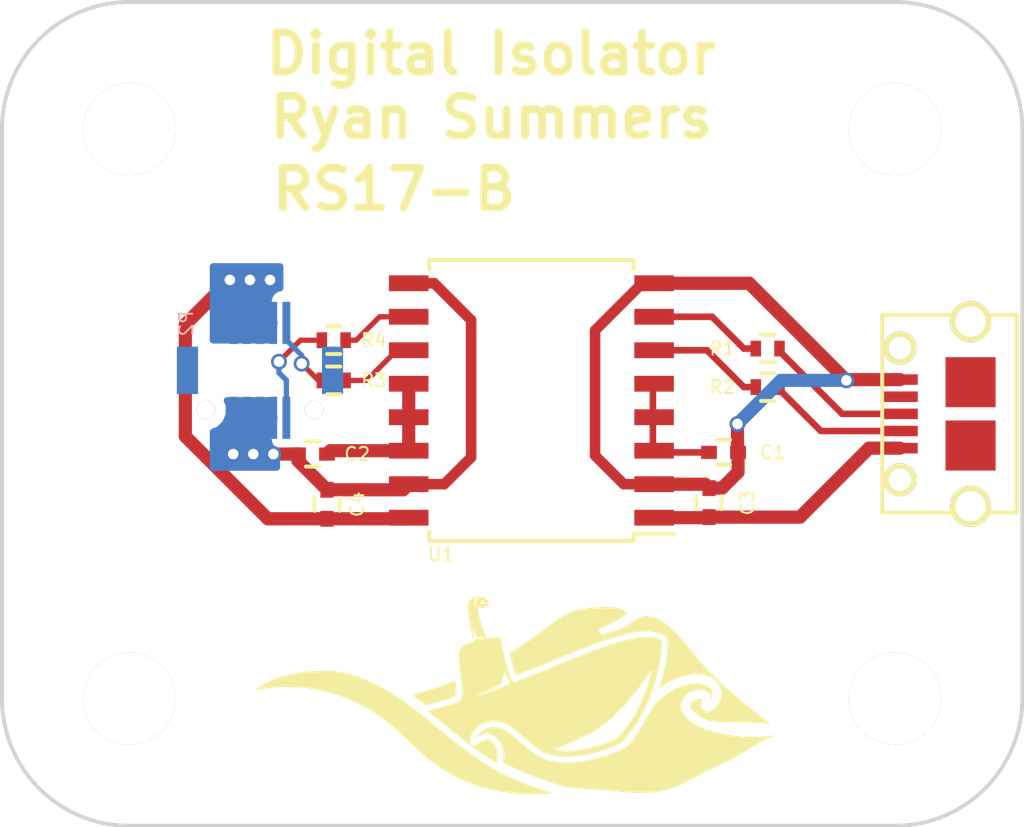
<source format=kicad_pcb>
(kicad_pcb (version 4) (host pcbnew 4.0.4+e1-6308~48~ubuntu14.04.1-stable)

  (general
    (links 0)
    (no_connects 11)
    (area 122.098999 122.098999 160.920501 153.491001)
    (thickness 1.6)
    (drawings 10)
    (tracks 101)
    (zones 0)
    (modules 16)
    (nets 15)
  )

  (page A4)
  (layers
    (0 F.Cu signal)
    (31 B.Cu signal)
    (32 B.Adhes user)
    (33 F.Adhes user)
    (34 B.Paste user)
    (35 F.Paste user)
    (36 B.SilkS user)
    (37 F.SilkS user)
    (38 B.Mask user)
    (39 F.Mask user)
    (40 Dwgs.User user)
    (41 Cmts.User user)
    (42 Eco1.User user)
    (43 Eco2.User user)
    (44 Edge.Cuts user)
    (45 Margin user)
    (46 B.CrtYd user)
    (47 F.CrtYd user)
    (48 B.Fab user hide)
    (49 F.Fab user hide)
  )

  (setup
    (last_trace_width 0.2)
    (trace_clearance 0.18)
    (zone_clearance 0.4)
    (zone_45_only no)
    (trace_min 0.2)
    (segment_width 0.2)
    (edge_width 0.15)
    (via_size 0.6)
    (via_drill 0.4)
    (via_min_size 0.4)
    (via_min_drill 0.3)
    (uvia_size 0.3)
    (uvia_drill 0.1)
    (uvias_allowed no)
    (uvia_min_size 0)
    (uvia_min_drill 0)
    (pcb_text_width 0.3)
    (pcb_text_size 1.5 1.5)
    (mod_edge_width 0.15)
    (mod_text_size 1 1)
    (mod_text_width 0.15)
    (pad_size 1.524 1.524)
    (pad_drill 0.762)
    (pad_to_mask_clearance 0)
    (aux_axis_origin 0 0)
    (visible_elements FFFFFF7F)
    (pcbplotparams
      (layerselection 0x00030_80000001)
      (usegerberextensions false)
      (excludeedgelayer true)
      (linewidth 0.100000)
      (plotframeref false)
      (viasonmask false)
      (mode 1)
      (useauxorigin false)
      (hpglpennumber 1)
      (hpglpenspeed 20)
      (hpglpendiameter 15)
      (hpglpenoverlay 2)
      (psnegative false)
      (psa4output false)
      (plotreference true)
      (plotvalue true)
      (plotinvisibletext false)
      (padsonsilk false)
      (subtractmaskfromsilk false)
      (outputformat 1)
      (mirror false)
      (drillshape 1)
      (scaleselection 1)
      (outputdirectory ""))
  )

  (net 0 "")
  (net 1 /Vdd1)
  (net 2 GND)
  (net 3 /Vdd2)
  (net 4 GNDPWR)
  (net 5 /Vbus1)
  (net 6 "Net-(R1-Pad1)")
  (net 7 "Net-(R2-Pad1)")
  (net 8 "Net-(R3-Pad2)")
  (net 9 "Net-(R4-Pad2)")
  (net 10 /Vbus2)
  (net 11 /usb1+)
  (net 12 /usb1-)
  (net 13 /usb2-)
  (net 14 /usb2+)

  (net_class Default "This is the default net class."
    (clearance 0.18)
    (trace_width 0.2)
    (via_dia 0.6)
    (via_drill 0.4)
    (uvia_dia 0.3)
    (uvia_drill 0.1)
    (add_net /Vbus1)
    (add_net /Vbus2)
    (add_net /Vdd1)
    (add_net /Vdd2)
    (add_net /usb1+)
    (add_net /usb1-)
    (add_net /usb2+)
    (add_net /usb2-)
    (add_net GND)
    (add_net GNDPWR)
    (add_net "Net-(R1-Pad1)")
    (add_net "Net-(R2-Pad1)")
    (add_net "Net-(R3-Pad2)")
    (add_net "Net-(R4-Pad2)")
  )

  (net_class power ""
    (clearance 0.2)
    (trace_width 0.5)
    (via_dia 0.6)
    (via_drill 0.4)
    (uvia_dia 0.3)
    (uvia_drill 0.1)
  )

  (module Capacitors_SMD:C_0402 (layer F.Cu) (tedit 5844CB8E) (tstamp 58253918)
    (at 149.521 139.2555)
    (descr "Capacitor SMD 0402, reflow soldering, AVX (see smccp.pdf)")
    (tags "capacitor 0402")
    (path /5825391F)
    (attr smd)
    (fp_text reference C1 (at 1.863 0) (layer F.SilkS)
      (effects (font (size 0.5 0.5) (thickness 0.075)))
    )
    (fp_text value 100nF (at 0 1.7) (layer F.Fab)
      (effects (font (size 1 1) (thickness 0.15)))
    )
    (fp_line (start -0.5 0.25) (end -0.5 -0.25) (layer F.Fab) (width 0.15))
    (fp_line (start 0.5 0.25) (end -0.5 0.25) (layer F.Fab) (width 0.15))
    (fp_line (start 0.5 -0.25) (end 0.5 0.25) (layer F.Fab) (width 0.15))
    (fp_line (start -0.5 -0.25) (end 0.5 -0.25) (layer F.Fab) (width 0.15))
    (fp_line (start -1.15 -0.6) (end 1.15 -0.6) (layer F.CrtYd) (width 0.05))
    (fp_line (start -1.15 0.6) (end 1.15 0.6) (layer F.CrtYd) (width 0.05))
    (fp_line (start -1.15 -0.6) (end -1.15 0.6) (layer F.CrtYd) (width 0.05))
    (fp_line (start 1.15 -0.6) (end 1.15 0.6) (layer F.CrtYd) (width 0.05))
    (fp_line (start 0.25 -0.475) (end -0.25 -0.475) (layer F.SilkS) (width 0.15))
    (fp_line (start -0.25 0.475) (end 0.25 0.475) (layer F.SilkS) (width 0.15))
    (pad 1 smd rect (at -0.55 0) (size 0.6 0.5) (layers F.Cu F.Paste F.Mask)
      (net 1 /Vdd1))
    (pad 2 smd rect (at 0.55 0) (size 0.6 0.5) (layers F.Cu F.Paste F.Mask)
      (net 2 GND))
    (model Capacitors_SMD.3dshapes/C_0402.wrl
      (at (xyz 0 0 0))
      (scale (xyz 1 1 1))
      (rotate (xyz 0 0 0))
    )
  )

  (module Capacitors_SMD:C_0402 (layer F.Cu) (tedit 5844CB5B) (tstamp 58253928)
    (at 133.943 139.319 180)
    (descr "Capacitor SMD 0402, reflow soldering, AVX (see smccp.pdf)")
    (tags "capacitor 0402")
    (path /58253814)
    (attr smd)
    (fp_text reference C2 (at -1.693 0 180) (layer F.SilkS)
      (effects (font (size 0.5 0.5) (thickness 0.075)))
    )
    (fp_text value 100nF (at 0 1.7 180) (layer F.Fab)
      (effects (font (size 1 1) (thickness 0.15)))
    )
    (fp_line (start -0.5 0.25) (end -0.5 -0.25) (layer F.Fab) (width 0.15))
    (fp_line (start 0.5 0.25) (end -0.5 0.25) (layer F.Fab) (width 0.15))
    (fp_line (start 0.5 -0.25) (end 0.5 0.25) (layer F.Fab) (width 0.15))
    (fp_line (start -0.5 -0.25) (end 0.5 -0.25) (layer F.Fab) (width 0.15))
    (fp_line (start -1.15 -0.6) (end 1.15 -0.6) (layer F.CrtYd) (width 0.05))
    (fp_line (start -1.15 0.6) (end 1.15 0.6) (layer F.CrtYd) (width 0.05))
    (fp_line (start -1.15 -0.6) (end -1.15 0.6) (layer F.CrtYd) (width 0.05))
    (fp_line (start 1.15 -0.6) (end 1.15 0.6) (layer F.CrtYd) (width 0.05))
    (fp_line (start 0.25 -0.475) (end -0.25 -0.475) (layer F.SilkS) (width 0.15))
    (fp_line (start -0.25 0.475) (end 0.25 0.475) (layer F.SilkS) (width 0.15))
    (pad 1 smd rect (at -0.55 0 180) (size 0.6 0.5) (layers F.Cu F.Paste F.Mask)
      (net 3 /Vdd2))
    (pad 2 smd rect (at 0.55 0 180) (size 0.6 0.5) (layers F.Cu F.Paste F.Mask)
      (net 4 GNDPWR))
    (model Capacitors_SMD.3dshapes/C_0402.wrl
      (at (xyz 0 0 0))
      (scale (xyz 1 1 1))
      (rotate (xyz 0 0 0))
    )
  )

  (module Capacitors_SMD:C_0402 (layer F.Cu) (tedit 5844CB7D) (tstamp 58253938)
    (at 148.971 141.1605 90)
    (descr "Capacitor SMD 0402, reflow soldering, AVX (see smccp.pdf)")
    (tags "capacitor 0402")
    (path /58254640)
    (attr smd)
    (fp_text reference C3 (at 0 1.4605 90) (layer F.SilkS)
      (effects (font (size 0.5 0.5) (thickness 0.075)))
    )
    (fp_text value 100nF (at 0 1.7 90) (layer F.Fab)
      (effects (font (size 1 1) (thickness 0.15)))
    )
    (fp_line (start -0.5 0.25) (end -0.5 -0.25) (layer F.Fab) (width 0.15))
    (fp_line (start 0.5 0.25) (end -0.5 0.25) (layer F.Fab) (width 0.15))
    (fp_line (start 0.5 -0.25) (end 0.5 0.25) (layer F.Fab) (width 0.15))
    (fp_line (start -0.5 -0.25) (end 0.5 -0.25) (layer F.Fab) (width 0.15))
    (fp_line (start -1.15 -0.6) (end 1.15 -0.6) (layer F.CrtYd) (width 0.05))
    (fp_line (start -1.15 0.6) (end 1.15 0.6) (layer F.CrtYd) (width 0.05))
    (fp_line (start -1.15 -0.6) (end -1.15 0.6) (layer F.CrtYd) (width 0.05))
    (fp_line (start 1.15 -0.6) (end 1.15 0.6) (layer F.CrtYd) (width 0.05))
    (fp_line (start 0.25 -0.475) (end -0.25 -0.475) (layer F.SilkS) (width 0.15))
    (fp_line (start -0.25 0.475) (end 0.25 0.475) (layer F.SilkS) (width 0.15))
    (pad 1 smd rect (at -0.55 0 90) (size 0.6 0.5) (layers F.Cu F.Paste F.Mask)
      (net 5 /Vbus1))
    (pad 2 smd rect (at 0.55 0 90) (size 0.6 0.5) (layers F.Cu F.Paste F.Mask)
      (net 2 GND))
    (model Capacitors_SMD.3dshapes/C_0402.wrl
      (at (xyz 0 0 0))
      (scale (xyz 1 1 1))
      (rotate (xyz 0 0 0))
    )
  )

  (module robosub_footprints:USB-Micro-B-TH (layer F.Cu) (tedit 58254478) (tstamp 5825394B)
    (at 155.535 137.795 90)
    (path /58253306)
    (fp_text reference P1 (at -2.794 -1.016 90) (layer F.SilkS) hide
      (effects (font (size 1 1) (thickness 0.15)))
    )
    (fp_text value USB_OTG (at -0.254 5.842 90) (layer F.Fab)
      (effects (font (size 1 1) (thickness 0.15)))
    )
    (fp_line (start 3.75 5.1) (end -3.75 5.1) (layer F.SilkS) (width 0.15))
    (fp_line (start 3.75 0) (end 3.75 5.1) (layer F.SilkS) (width 0.15))
    (fp_line (start 3.75 0) (end -3.75 0) (layer F.SilkS) (width 0.15))
    (fp_line (start -3.75 0) (end -3.75 5.1) (layer F.SilkS) (width 0.15))
    (pad 3 smd rect (at 0 0.675 90) (size 0.4 1.35) (layers F.Cu F.Paste F.Mask)
      (net 11 /usb1+))
    (pad 2 smd rect (at -0.65 0.675 90) (size 0.4 1.35) (layers F.Cu F.Paste F.Mask)
      (net 12 /usb1-))
    (pad 4 smd rect (at 0.65 0.675 90) (size 0.4 1.35) (layers F.Cu F.Paste F.Mask))
    (pad 5 smd rect (at 1.3 0.675 90) (size 0.4 1.35) (layers F.Cu F.Paste F.Mask)
      (net 2 GND))
    (pad 1 smd rect (at -1.3 0.675 90) (size 0.4 1.35) (layers F.Cu F.Paste F.Mask)
      (net 5 /Vbus1))
    (pad "" smd rect (at 1.2 3.35 90) (size 1.9 1.9) (layers F.Cu F.Paste F.Mask))
    (pad "" smd rect (at -1.2 3.35 90) (size 1.9 1.9) (layers F.Cu F.Paste F.Mask))
    (pad "" thru_hole circle (at -2.5 0.675 90) (size 1.25 1.25) (drill 0.85) (layers *.Cu *.Mask F.SilkS))
    (pad "" thru_hole circle (at 2.5 0.675 90) (size 1.25 1.25) (drill 0.85) (layers *.Cu *.Mask F.SilkS))
    (pad "" thru_hole circle (at -3.5 3.35 90) (size 1.55 1.55) (drill 1.15) (layers *.Cu *.Mask F.SilkS))
    (pad "" thru_hole circle (at 3.5 3.35 90) (size 1.55 1.55) (drill 1.15) (layers *.Cu *.Mask F.SilkS))
    (model ../../../../../../home/ryan/repositories/pcbs/lib/3d-parts/microUSB-TH.wrl
      (at (xyz 0 -0.12 0.06))
      (scale (xyz 400 400 400))
      (rotate (xyz -90 0 0))
    )
  )

  (module Resistors_SMD:R_0402 (layer F.Cu) (tedit 5844CB9B) (tstamp 58253969)
    (at 151.1935 135.3185)
    (descr "Resistor SMD 0402, reflow soldering, Vishay (see dcrcw.pdf)")
    (tags "resistor 0402")
    (path /5825399B)
    (attr smd)
    (fp_text reference R1 (at -1.7145 0) (layer F.SilkS)
      (effects (font (size 0.5 0.5) (thickness 0.075)))
    )
    (fp_text value 24/1% (at 0 1.8) (layer F.Fab)
      (effects (font (size 1 1) (thickness 0.15)))
    )
    (fp_line (start -0.95 -0.65) (end 0.95 -0.65) (layer F.CrtYd) (width 0.05))
    (fp_line (start -0.95 0.65) (end 0.95 0.65) (layer F.CrtYd) (width 0.05))
    (fp_line (start -0.95 -0.65) (end -0.95 0.65) (layer F.CrtYd) (width 0.05))
    (fp_line (start 0.95 -0.65) (end 0.95 0.65) (layer F.CrtYd) (width 0.05))
    (fp_line (start 0.25 -0.525) (end -0.25 -0.525) (layer F.SilkS) (width 0.15))
    (fp_line (start -0.25 0.525) (end 0.25 0.525) (layer F.SilkS) (width 0.15))
    (pad 1 smd rect (at -0.45 0) (size 0.4 0.6) (layers F.Cu F.Paste F.Mask)
      (net 6 "Net-(R1-Pad1)"))
    (pad 2 smd rect (at 0.45 0) (size 0.4 0.6) (layers F.Cu F.Paste F.Mask)
      (net 11 /usb1+))
    (model Resistors_SMD.3dshapes/R_0402.wrl
      (at (xyz 0 0 0))
      (scale (xyz 1 1 1))
      (rotate (xyz 0 0 0))
    )
  )

  (module Resistors_SMD:R_0402 (layer F.Cu) (tedit 5844CB94) (tstamp 58253975)
    (at 151.1935 136.779)
    (descr "Resistor SMD 0402, reflow soldering, Vishay (see dcrcw.pdf)")
    (tags "resistor 0402")
    (path /5825C3F0)
    (attr smd)
    (fp_text reference R2 (at -1.7145 0) (layer F.SilkS)
      (effects (font (size 0.5 0.5) (thickness 0.075)))
    )
    (fp_text value 24/1% (at 0 1.8) (layer F.Fab)
      (effects (font (size 1 1) (thickness 0.15)))
    )
    (fp_line (start -0.95 -0.65) (end 0.95 -0.65) (layer F.CrtYd) (width 0.05))
    (fp_line (start -0.95 0.65) (end 0.95 0.65) (layer F.CrtYd) (width 0.05))
    (fp_line (start -0.95 -0.65) (end -0.95 0.65) (layer F.CrtYd) (width 0.05))
    (fp_line (start 0.95 -0.65) (end 0.95 0.65) (layer F.CrtYd) (width 0.05))
    (fp_line (start 0.25 -0.525) (end -0.25 -0.525) (layer F.SilkS) (width 0.15))
    (fp_line (start -0.25 0.525) (end 0.25 0.525) (layer F.SilkS) (width 0.15))
    (pad 1 smd rect (at -0.45 0) (size 0.4 0.6) (layers F.Cu F.Paste F.Mask)
      (net 7 "Net-(R2-Pad1)"))
    (pad 2 smd rect (at 0.45 0) (size 0.4 0.6) (layers F.Cu F.Paste F.Mask)
      (net 12 /usb1-))
    (model Resistors_SMD.3dshapes/R_0402.wrl
      (at (xyz 0 0 0))
      (scale (xyz 1 1 1))
      (rotate (xyz 0 0 0))
    )
  )

  (module Resistors_SMD:R_0402 (layer F.Cu) (tedit 5844CB49) (tstamp 58253981)
    (at 134.747 136.525)
    (descr "Resistor SMD 0402, reflow soldering, Vishay (see dcrcw.pdf)")
    (tags "resistor 0402")
    (path /5825C43A)
    (attr smd)
    (fp_text reference R3 (at 1.524 0) (layer F.SilkS)
      (effects (font (size 0.5 0.5) (thickness 0.075)))
    )
    (fp_text value 24/1% (at 0 1.8) (layer F.Fab)
      (effects (font (size 1 1) (thickness 0.15)))
    )
    (fp_line (start -0.95 -0.65) (end 0.95 -0.65) (layer F.CrtYd) (width 0.05))
    (fp_line (start -0.95 0.65) (end 0.95 0.65) (layer F.CrtYd) (width 0.05))
    (fp_line (start -0.95 -0.65) (end -0.95 0.65) (layer F.CrtYd) (width 0.05))
    (fp_line (start 0.95 -0.65) (end 0.95 0.65) (layer F.CrtYd) (width 0.05))
    (fp_line (start 0.25 -0.525) (end -0.25 -0.525) (layer F.SilkS) (width 0.15))
    (fp_line (start -0.25 0.525) (end 0.25 0.525) (layer F.SilkS) (width 0.15))
    (pad 1 smd rect (at -0.45 0) (size 0.4 0.6) (layers F.Cu F.Paste F.Mask)
      (net 13 /usb2-))
    (pad 2 smd rect (at 0.45 0) (size 0.4 0.6) (layers F.Cu F.Paste F.Mask)
      (net 8 "Net-(R3-Pad2)"))
    (model Resistors_SMD.3dshapes/R_0402.wrl
      (at (xyz 0 0 0))
      (scale (xyz 1 1 1))
      (rotate (xyz 0 0 0))
    )
  )

  (module Resistors_SMD:R_0402 (layer F.Cu) (tedit 5844CB53) (tstamp 5825398D)
    (at 134.747 135.001)
    (descr "Resistor SMD 0402, reflow soldering, Vishay (see dcrcw.pdf)")
    (tags "resistor 0402")
    (path /5825C5CA)
    (attr smd)
    (fp_text reference R4 (at 1.524 0) (layer F.SilkS)
      (effects (font (size 0.5 0.5) (thickness 0.075)))
    )
    (fp_text value 24/1% (at 0 1.8) (layer F.Fab)
      (effects (font (size 1 1) (thickness 0.15)))
    )
    (fp_line (start -0.95 -0.65) (end 0.95 -0.65) (layer F.CrtYd) (width 0.05))
    (fp_line (start -0.95 0.65) (end 0.95 0.65) (layer F.CrtYd) (width 0.05))
    (fp_line (start -0.95 -0.65) (end -0.95 0.65) (layer F.CrtYd) (width 0.05))
    (fp_line (start 0.95 -0.65) (end 0.95 0.65) (layer F.CrtYd) (width 0.05))
    (fp_line (start 0.25 -0.525) (end -0.25 -0.525) (layer F.SilkS) (width 0.15))
    (fp_line (start -0.25 0.525) (end 0.25 0.525) (layer F.SilkS) (width 0.15))
    (pad 1 smd rect (at -0.45 0) (size 0.4 0.6) (layers F.Cu F.Paste F.Mask)
      (net 14 /usb2+))
    (pad 2 smd rect (at 0.45 0) (size 0.4 0.6) (layers F.Cu F.Paste F.Mask)
      (net 9 "Net-(R4-Pad2)"))
    (model Resistors_SMD.3dshapes/R_0402.wrl
      (at (xyz 0 0 0))
      (scale (xyz 1 1 1))
      (rotate (xyz 0 0 0))
    )
  )

  (module Capacitors_SMD:C_0402 (layer F.Cu) (tedit 5844CB62) (tstamp 582539C1)
    (at 134.493 141.224 90)
    (descr "Capacitor SMD 0402, reflow soldering, AVX (see smccp.pdf)")
    (tags "capacitor 0402")
    (path /58253F45)
    (attr smd)
    (fp_text reference C4 (at 0 1.143 90) (layer F.SilkS)
      (effects (font (size 0.5 0.5) (thickness 0.075)))
    )
    (fp_text value 100nF (at 0 1.7 90) (layer F.Fab)
      (effects (font (size 1 1) (thickness 0.15)))
    )
    (fp_line (start -0.5 0.25) (end -0.5 -0.25) (layer F.Fab) (width 0.15))
    (fp_line (start 0.5 0.25) (end -0.5 0.25) (layer F.Fab) (width 0.15))
    (fp_line (start 0.5 -0.25) (end 0.5 0.25) (layer F.Fab) (width 0.15))
    (fp_line (start -0.5 -0.25) (end 0.5 -0.25) (layer F.Fab) (width 0.15))
    (fp_line (start -1.15 -0.6) (end 1.15 -0.6) (layer F.CrtYd) (width 0.05))
    (fp_line (start -1.15 0.6) (end 1.15 0.6) (layer F.CrtYd) (width 0.05))
    (fp_line (start -1.15 -0.6) (end -1.15 0.6) (layer F.CrtYd) (width 0.05))
    (fp_line (start 1.15 -0.6) (end 1.15 0.6) (layer F.CrtYd) (width 0.05))
    (fp_line (start 0.25 -0.475) (end -0.25 -0.475) (layer F.SilkS) (width 0.15))
    (fp_line (start -0.25 0.475) (end 0.25 0.475) (layer F.SilkS) (width 0.15))
    (pad 1 smd rect (at -0.55 0 90) (size 0.6 0.5) (layers F.Cu F.Paste F.Mask)
      (net 10 /Vbus2))
    (pad 2 smd rect (at 0.55 0 90) (size 0.6 0.5) (layers F.Cu F.Paste F.Mask)
      (net 4 GNDPWR))
    (model Capacitors_SMD.3dshapes/C_0402.wrl
      (at (xyz 0 0 0))
      (scale (xyz 1 1 1))
      (rotate (xyz 0 0 0))
    )
  )

  (module robosub_footprints:3mm-spacer (layer F.Cu) (tedit 5844C7F9) (tstamp 5844CA11)
    (at 156.0195 148.59)
    (path /5844D39F)
    (fp_text reference P3 (at 0 -3.048) (layer F.SilkS) hide
      (effects (font (thickness 0.15)))
    )
    (fp_text value CONN_01X01 (at 0 3.302) (layer F.SilkS) hide
      (effects (font (thickness 0.15)))
    )
    (fp_circle (center 0 0) (end 0 3.18) (layer Dwgs.User) (width 0.15))
    (fp_circle (center 0 0) (end 0 4.75) (layer Dwgs.User) (width 0.15))
    (pad "" thru_hole circle (at 0 0) (size 3.5 3.5) (drill 3.5) (layers *.Cu *.Mask F.SilkS))
    (model robosub.3dshapes/3mm-spacer.wrl
      (at (xyz 0 0 0))
      (scale (xyz 0.4 0.4 0.4))
      (rotate (xyz 0 0 0))
    )
  )

  (module robosub_footprints:3mm-spacer (layer F.Cu) (tedit 5844C7E9) (tstamp 5844CA17)
    (at 127 127)
    (path /5844D35E)
    (fp_text reference P5 (at 0 -3.048) (layer F.SilkS) hide
      (effects (font (thickness 0.15)))
    )
    (fp_text value CONN_01X01 (at 0 3.302) (layer F.SilkS) hide
      (effects (font (thickness 0.15)))
    )
    (fp_circle (center 0 0) (end 0 3.18) (layer Dwgs.User) (width 0.15))
    (fp_circle (center 0 0) (end 0 4.75) (layer Dwgs.User) (width 0.15))
    (pad "" thru_hole circle (at 0 0) (size 3.5 3.5) (drill 3.5) (layers *.Cu *.Mask F.SilkS))
    (model robosub.3dshapes/3mm-spacer.wrl
      (at (xyz 0 0 0))
      (scale (xyz 0.4 0.4 0.4))
      (rotate (xyz 0 0 0))
    )
  )

  (module robosub_footprints:3mm-spacer (layer F.Cu) (tedit 5844C7F0) (tstamp 5844CA1D)
    (at 127 148.59)
    (path /5825451A)
    (fp_text reference P6 (at 0 -3.048) (layer F.SilkS) hide
      (effects (font (thickness 0.15)))
    )
    (fp_text value CONN_01X01 (at 0 3.302) (layer F.SilkS) hide
      (effects (font (thickness 0.15)))
    )
    (fp_circle (center 0 0) (end 0 3.18) (layer Dwgs.User) (width 0.15))
    (fp_circle (center 0 0) (end 0 4.75) (layer Dwgs.User) (width 0.15))
    (pad "" thru_hole circle (at 0 0) (size 3.5 3.5) (drill 3.5) (layers *.Cu *.Mask F.SilkS))
    (model robosub.3dshapes/3mm-spacer.wrl
      (at (xyz 0 0 0))
      (scale (xyz 0.4 0.4 0.4))
      (rotate (xyz 0 0 0))
    )
  )

  (module Housings_SOIC:SOIC-16W_7.5x10.3mm_Pitch1.27mm (layer F.Cu) (tedit 5844CB71) (tstamp 5844CA23)
    (at 142.24 137.287 180)
    (descr "16-Lead Plastic Small Outline (SO) - Wide, 7.50 mm Body [SOIC] (see Microchip Packaging Specification 00000049BS.pdf)")
    (tags "SOIC 1.27")
    (path /582533A7)
    (attr smd)
    (fp_text reference U1 (at 3.429 -5.842 180) (layer F.SilkS)
      (effects (font (size 0.5 0.5) (thickness 0.075)))
    )
    (fp_text value ADUM3160 (at 0 6.25 180) (layer F.Fab)
      (effects (font (size 1 1) (thickness 0.15)))
    )
    (fp_line (start -2.75 -5.15) (end 3.75 -5.15) (layer F.Fab) (width 0.15))
    (fp_line (start 3.75 -5.15) (end 3.75 5.15) (layer F.Fab) (width 0.15))
    (fp_line (start 3.75 5.15) (end -3.75 5.15) (layer F.Fab) (width 0.15))
    (fp_line (start -3.75 5.15) (end -3.75 -4.15) (layer F.Fab) (width 0.15))
    (fp_line (start -3.75 -4.15) (end -2.75 -5.15) (layer F.Fab) (width 0.15))
    (fp_line (start -5.65 -5.5) (end -5.65 5.5) (layer F.CrtYd) (width 0.05))
    (fp_line (start 5.65 -5.5) (end 5.65 5.5) (layer F.CrtYd) (width 0.05))
    (fp_line (start -5.65 -5.5) (end 5.65 -5.5) (layer F.CrtYd) (width 0.05))
    (fp_line (start -5.65 5.5) (end 5.65 5.5) (layer F.CrtYd) (width 0.05))
    (fp_line (start -3.875 -5.325) (end -3.875 -5.05) (layer F.SilkS) (width 0.15))
    (fp_line (start 3.875 -5.325) (end 3.875 -4.97) (layer F.SilkS) (width 0.15))
    (fp_line (start 3.875 5.325) (end 3.875 4.97) (layer F.SilkS) (width 0.15))
    (fp_line (start -3.875 5.325) (end -3.875 4.97) (layer F.SilkS) (width 0.15))
    (fp_line (start -3.875 -5.325) (end 3.875 -5.325) (layer F.SilkS) (width 0.15))
    (fp_line (start -3.875 5.325) (end 3.875 5.325) (layer F.SilkS) (width 0.15))
    (fp_line (start -3.875 -5.05) (end -5.4 -5.05) (layer F.SilkS) (width 0.15))
    (pad 1 smd rect (at -4.65 -4.445 180) (size 1.5 0.6) (layers F.Cu F.Paste F.Mask)
      (net 5 /Vbus1))
    (pad 2 smd rect (at -4.65 -3.175 180) (size 1.5 0.6) (layers F.Cu F.Paste F.Mask)
      (net 2 GND))
    (pad 3 smd rect (at -4.65 -1.905 180) (size 1.5 0.6) (layers F.Cu F.Paste F.Mask)
      (net 1 /Vdd1))
    (pad 4 smd rect (at -4.65 -0.635 180) (size 1.5 0.6) (layers F.Cu F.Paste F.Mask)
      (net 1 /Vdd1))
    (pad 5 smd rect (at -4.65 0.635 180) (size 1.5 0.6) (layers F.Cu F.Paste F.Mask)
      (net 1 /Vdd1))
    (pad 6 smd rect (at -4.65 1.905 180) (size 1.5 0.6) (layers F.Cu F.Paste F.Mask)
      (net 7 "Net-(R2-Pad1)"))
    (pad 7 smd rect (at -4.65 3.175 180) (size 1.5 0.6) (layers F.Cu F.Paste F.Mask)
      (net 6 "Net-(R1-Pad1)"))
    (pad 8 smd rect (at -4.65 4.445 180) (size 1.5 0.6) (layers F.Cu F.Paste F.Mask)
      (net 2 GND))
    (pad 9 smd rect (at 4.65 4.445 180) (size 1.5 0.6) (layers F.Cu F.Paste F.Mask)
      (net 4 GNDPWR))
    (pad 10 smd rect (at 4.65 3.175 180) (size 1.5 0.6) (layers F.Cu F.Paste F.Mask)
      (net 9 "Net-(R4-Pad2)"))
    (pad 11 smd rect (at 4.65 1.905 180) (size 1.5 0.6) (layers F.Cu F.Paste F.Mask)
      (net 8 "Net-(R3-Pad2)"))
    (pad 12 smd rect (at 4.65 0.635 180) (size 1.5 0.6) (layers F.Cu F.Paste F.Mask)
      (net 3 /Vdd2))
    (pad 13 smd rect (at 4.65 -0.635 180) (size 1.5 0.6) (layers F.Cu F.Paste F.Mask)
      (net 3 /Vdd2))
    (pad 14 smd rect (at 4.65 -1.905 180) (size 1.5 0.6) (layers F.Cu F.Paste F.Mask)
      (net 3 /Vdd2))
    (pad 15 smd rect (at 4.65 -3.175 180) (size 1.5 0.6) (layers F.Cu F.Paste F.Mask)
      (net 4 GNDPWR))
    (pad 16 smd rect (at 4.65 -4.445 180) (size 1.5 0.6) (layers F.Cu F.Paste F.Mask)
      (net 10 /Vbus2))
    (model Housings_SOIC.3dshapes/SOIC-16_7.5x10.3mm_Pitch1.27mm.wrl
      (at (xyz 0 0 0))
      (scale (xyz 1 1 1))
      (rotate (xyz 0 0 0))
    )
  )

  (module robosub_footprints:3mm-10pos-outer-shroud (layer B.Cu) (tedit 5844BFA0) (tstamp 5844CCF3)
    (at 131.953 136.144)
    (path /5844C9DD)
    (attr smd)
    (fp_text reference P2 (at -2.794 -1.778 270) (layer B.SilkS)
      (effects (font (size 0.5 0.5) (thickness 0.075)) (justify mirror))
    )
    (fp_text value Mezzanine-Receptacle (at -0.762 -3.81) (layer B.Fab)
      (effects (font (size 1 1) (thickness 0.15)) (justify mirror))
    )
    (pad "" thru_hole circle (at 2.05 1.5) (size 0.7 0.7) (drill 0.7) (layers *.Cu *.Mask))
    (pad "" thru_hole circle (at -2.05 1.5) (size 0.7 0.7) (drill 0.7) (layers *.Cu *.Mask))
    (pad 5 smd rect (at 0 -1.8) (size 0.3 1.6) (layers B.Cu B.Paste B.Mask)
      (net 10 /Vbus2))
    (pad 9 smd rect (at 1 -1.8) (size 0.3 1.6) (layers B.Cu B.Paste B.Mask)
      (net 13 /usb2-))
    (pad 7 smd rect (at 0.5 -1.8) (size 0.3 1.6) (layers B.Cu B.Paste B.Mask)
      (net 10 /Vbus2))
    (pad 1 smd rect (at -1 -1.8) (size 0.3 1.6) (layers B.Cu B.Paste B.Mask)
      (net 10 /Vbus2))
    (pad 3 smd rect (at -0.5 -1.8) (size 0.3 1.6) (layers B.Cu B.Paste B.Mask)
      (net 10 /Vbus2))
    (pad 6 smd rect (at 0 1.8) (size 0.3 1.6) (layers B.Cu B.Paste B.Mask)
      (net 4 GNDPWR))
    (pad 4 smd rect (at -0.5 1.8) (size 0.3 1.6) (layers B.Cu B.Paste B.Mask)
      (net 4 GNDPWR))
    (pad 2 smd rect (at -1 1.8) (size 0.3 1.6) (layers B.Cu B.Paste B.Mask)
      (net 4 GNDPWR))
    (pad 10 smd rect (at 1 1.8) (size 0.3 1.6) (layers B.Cu B.Paste B.Mask)
      (net 14 /usb2+))
    (pad 8 smd rect (at 0.5 1.8) (size 0.3 1.6) (layers B.Cu B.Paste B.Mask)
      (net 4 GNDPWR))
    (pad "" smd rect (at 2.75 0) (size 0.8 1.8) (layers B.Cu B.Paste B.Mask))
    (pad "" smd rect (at -2.75 0) (size 0.8 1.8) (layers B.Cu B.Paste B.Mask))
    (model robosub.3dshapes/3mm-10pos-outer-shroud.wrl
      (at (xyz 0 0 0))
      (scale (xyz 0.4 0.4 0.4))
      (rotate (xyz -90 0 0))
    )
  )

  (module robosub_footprints:3mm-spacer (layer F.Cu) (tedit 5844C7F7) (tstamp 5844CD04)
    (at 156.0195 127)
    (path /5844D3EF)
    (fp_text reference P4 (at 0 -3.048) (layer F.SilkS) hide
      (effects (font (thickness 0.15)))
    )
    (fp_text value CONN_01X01 (at 0 3.302) (layer F.SilkS) hide
      (effects (font (thickness 0.15)))
    )
    (fp_circle (center 0 0) (end 0 3.18) (layer Dwgs.User) (width 0.15))
    (fp_circle (center 0 0) (end 0 4.75) (layer Dwgs.User) (width 0.15))
    (pad "" thru_hole circle (at 0 0) (size 3.5 3.5) (drill 3.5) (layers *.Cu *.Mask F.SilkS))
    (model robosub.3dshapes/3mm-spacer.wrl
      (at (xyz 0 0 0))
      (scale (xyz 0.4 0.4 0.4))
      (rotate (xyz 0 0 0))
    )
  )

  (module robosub_footprints:robosub_logo-large (layer F.Cu) (tedit 0) (tstamp 5844D3EC)
    (at 141.732 148.717)
    (fp_text reference G*** (at 0 0) (layer F.SilkS) hide
      (effects (font (thickness 0.3)))
    )
    (fp_text value LOGO (at 0.75 0) (layer F.SilkS) hide
      (effects (font (thickness 0.3)))
    )
    (fp_poly (pts (xy -7.261044 -1.173558) (xy -7.216409 -1.173151) (xy -7.176417 -1.172342) (xy -7.139394 -1.171046)
      (xy -7.103663 -1.169181) (xy -7.067549 -1.166662) (xy -7.029374 -1.163407) (xy -6.987463 -1.15933)
      (xy -6.953069 -1.155737) (xy -6.798723 -1.135898) (xy -6.643232 -1.109171) (xy -6.486482 -1.075507)
      (xy -6.328358 -1.034861) (xy -6.168746 -0.987184) (xy -6.00753 -0.93243) (xy -5.844595 -0.870552)
      (xy -5.679828 -0.801502) (xy -5.513113 -0.725234) (xy -5.344336 -0.641699) (xy -5.173382 -0.550852)
      (xy -5.000137 -0.452644) (xy -4.824485 -0.347029) (xy -4.646312 -0.23396) (xy -4.54 -0.16376)
      (xy -4.473866 -0.119145) (xy -4.408044 -0.074063) (xy -4.34216 -0.028229) (xy -4.275843 0.018641)
      (xy -4.208721 0.066833) (xy -4.140419 0.116631) (xy -4.070568 0.168321) (xy -3.998793 0.222186)
      (xy -3.924722 0.278513) (xy -3.847983 0.337585) (xy -3.768204 0.399689) (xy -3.685012 0.465108)
      (xy -3.598035 0.534128) (xy -3.506899 0.607033) (xy -3.411234 0.684109) (xy -3.310665 0.76564)
      (xy -3.204821 0.851911) (xy -3.1 0.937735) (xy -3.00952 1.011928) (xy -2.924831 1.081296)
      (xy -2.845576 1.146127) (xy -2.771393 1.20671) (xy -2.701924 1.263332) (xy -2.636809 1.316283)
      (xy -2.575688 1.36585) (xy -2.518201 1.412322) (xy -2.463989 1.455987) (xy -2.412692 1.497134)
      (xy -2.36395 1.536051) (xy -2.317403 1.573027) (xy -2.272692 1.608349) (xy -2.229457 1.642306)
      (xy -2.187339 1.675187) (xy -2.145977 1.70728) (xy -2.105012 1.738873) (xy -2.064084 1.770255)
      (xy -2.022834 1.801713) (xy -2.012 1.809949) (xy -1.885049 1.905148) (xy -1.75763 1.998236)
      (xy -1.630439 2.088745) (xy -1.504173 2.176209) (xy -1.37953 2.26016) (xy -1.257207 2.34013)
      (xy -1.1379 2.415652) (xy -1.022306 2.486258) (xy -0.911122 2.551481) (xy -0.88 2.569211)
      (xy -0.786719 2.620795) (xy -0.68703 2.67369) (xy -0.582278 2.727222) (xy -0.473806 2.780721)
      (xy -0.362959 2.833516) (xy -0.25108 2.884933) (xy -0.223726 2.897217) (xy -0.137439 2.935197)
      (xy -0.046941 2.973869) (xy 0.048098 3.01336) (xy 0.148007 3.053796) (xy 0.253115 3.095303)
      (xy 0.363753 3.138007) (xy 0.480248 3.182034) (xy 0.60293 3.227512) (xy 0.732129 3.274564)
      (xy 0.868175 3.323319) (xy 1.011395 3.373902) (xy 1.116 3.410432) (xy 1.150846 3.42255)
      (xy 1.183459 3.433895) (xy 1.213041 3.444188) (xy 1.238793 3.453153) (xy 1.259918 3.460511)
      (xy 1.275618 3.465985) (xy 1.285097 3.469297) (xy 1.287572 3.470169) (xy 1.291477 3.472956)
      (xy 1.291242 3.474091) (xy 1.28623 3.475429) (xy 1.274016 3.477113) (xy 1.25539 3.479086)
      (xy 1.231138 3.481295) (xy 1.202051 3.483685) (xy 1.168915 3.4862) (xy 1.132519 3.488786)
      (xy 1.093653 3.49139) (xy 1.053103 3.493955) (xy 1.01166 3.496427) (xy 0.97011 3.498751)
      (xy 0.929242 3.500874) (xy 0.889846 3.502739) (xy 0.86 3.504006) (xy 0.829138 3.504998)
      (xy 0.791569 3.505807) (xy 0.748582 3.506436) (xy 0.701466 3.506884) (xy 0.651511 3.507152)
      (xy 0.600008 3.507242) (xy 0.548247 3.507152) (xy 0.497516 3.506886) (xy 0.449106 3.506442)
      (xy 0.404307 3.505822) (xy 0.364409 3.505026) (xy 0.330701 3.504054) (xy 0.322 3.503729)
      (xy 0.097961 3.4913) (xy -0.124556 3.471964) (xy -0.345248 3.445803) (xy -0.563813 3.412897)
      (xy -0.779948 3.373328) (xy -0.99335 3.327177) (xy -1.203716 3.274524) (xy -1.410742 3.215451)
      (xy -1.614127 3.150037) (xy -1.813567 3.078365) (xy -2.00876 3.000515) (xy -2.199401 2.916568)
      (xy -2.38519 2.826605) (xy -2.56 2.733935) (xy -2.6526 2.681628) (xy -2.741593 2.629175)
      (xy -2.828195 2.575769) (xy -2.913619 2.520603) (xy -2.999079 2.462868) (xy -3.085791 2.401757)
      (xy -3.174968 2.336463) (xy -3.267824 2.266179) (xy -3.296 2.244448) (xy -3.344157 2.206941)
      (xy -3.390333 2.170488) (xy -3.435047 2.13463) (xy -3.478819 2.098908) (xy -3.522168 2.062861)
      (xy -3.565614 2.026029) (xy -3.609676 1.987953) (xy -3.654873 1.948173) (xy -3.701725 1.906229)
      (xy -3.750752 1.861662) (xy -3.802472 1.814011) (xy -3.857406 1.762816) (xy -3.916072 1.707619)
      (xy -3.97899 1.647958) (xy -4.04668 1.583375) (xy -4.093756 1.538277) (xy -4.163558 1.471379)
      (xy -4.228079 1.409689) (xy -4.287749 1.352819) (xy -4.343001 1.300377) (xy -4.394267 1.251973)
      (xy -4.441978 1.207217) (xy -4.486567 1.165718) (xy -4.528466 1.127087) (xy -4.568106 1.090933)
      (xy -4.60592 1.056866) (xy -4.642338 1.024495) (xy -4.677794 0.993431) (xy -4.712719 0.963283)
      (xy -4.747545 0.93366) (xy -4.782704 0.904172) (xy -4.818628 0.87443) (xy -4.855748 0.844043)
      (xy -4.894497 0.81262) (xy -4.916 0.795285) (xy -5.039476 0.69779) (xy -5.160011 0.606509)
      (xy -5.278692 0.520743) (xy -5.396605 0.439791) (xy -5.514833 0.362954) (xy -5.634462 0.289532)
      (xy -5.756578 0.218826) (xy -5.882266 0.150135) (xy -6.012611 0.08276) (xy -6.05 0.06408)
      (xy -6.24818 -0.029849) (xy -6.449086 -0.116429) (xy -6.652488 -0.195615) (xy -6.858154 -0.267361)
      (xy -7.065852 -0.331622) (xy -7.27535 -0.388351) (xy -7.486415 -0.437504) (xy -7.698817 -0.479034)
      (xy -7.912323 -0.512895) (xy -8.126702 -0.539043) (xy -8.341721 -0.557431) (xy -8.557149 -0.568014)
      (xy -8.772754 -0.570745) (xy -8.988303 -0.56558) (xy -9.186 -0.553842) (xy -9.356537 -0.538091)
      (xy -9.527748 -0.516962) (xy -9.697133 -0.4908) (xy -9.854113 -0.461592) (xy -9.887651 -0.454824)
      (xy -9.914171 -0.449538) (xy -9.934491 -0.445601) (xy -9.949427 -0.442884) (xy -9.959799 -0.441257)
      (xy -9.966424 -0.440589) (xy -9.97012 -0.440749) (xy -9.971703 -0.441607) (xy -9.972001 -0.442778)
      (xy -9.968668 -0.448848) (xy -9.959015 -0.458678) (xy -9.943555 -0.471873) (xy -9.922804 -0.488038)
      (xy -9.897278 -0.506779) (xy -9.86749 -0.527699) (xy -9.833956 -0.550405) (xy -9.81746 -0.56131)
      (xy -9.694822 -0.637286) (xy -9.565979 -0.708329) (xy -9.431063 -0.774391) (xy -9.290206 -0.835423)
      (xy -9.143538 -0.891377) (xy -8.991193 -0.942205) (xy -8.8333 -0.987858) (xy -8.669991 -1.028287)
      (xy -8.501399 -1.063444) (xy -8.410964 -1.07975) (xy -8.263748 -1.10291) (xy -8.111218 -1.123098)
      (xy -7.955353 -1.140147) (xy -7.798134 -1.153887) (xy -7.641539 -1.164148) (xy -7.48755 -1.170763)
      (xy -7.338145 -1.173561) (xy -7.312 -1.173646) (xy -7.261044 -1.173558)) (layer F.SilkS) (width 0.01))
    (fp_poly (pts (xy 6.83964 -0.701523) (xy 6.915379 -0.692123) (xy 6.988567 -0.676261) (xy 7.058336 -0.654094)
      (xy 7.123812 -0.625776) (xy 7.136 -0.619555) (xy 7.170853 -0.599629) (xy 7.205302 -0.576846)
      (xy 7.238273 -0.552139) (xy 7.268693 -0.526441) (xy 7.295486 -0.500687) (xy 7.31758 -0.475808)
      (xy 7.333899 -0.452739) (xy 7.339189 -0.442957) (xy 7.355834 -0.39904) (xy 7.365201 -0.352717)
      (xy 7.367241 -0.305011) (xy 7.361904 -0.256943) (xy 7.350348 -0.213024) (xy 7.34284 -0.192798)
      (xy 7.334521 -0.173358) (xy 7.326408 -0.156907) (xy 7.319519 -0.145651) (xy 7.318869 -0.144811)
      (xy 7.314101 -0.142318) (xy 7.310355 -0.146759) (xy 7.308279 -0.15708) (xy 7.308061 -0.162488)
      (xy 7.306609 -0.17617) (xy 7.302766 -0.195074) (xy 7.297147 -0.217009) (xy 7.290369 -0.239786)
      (xy 7.283048 -0.261212) (xy 7.2758 -0.279097) (xy 7.274457 -0.281966) (xy 7.253273 -0.316963)
      (xy 7.22517 -0.349083) (xy 7.190854 -0.377875) (xy 7.151029 -0.402888) (xy 7.106402 -0.423671)
      (xy 7.057675 -0.439773) (xy 7.012295 -0.449658) (xy 6.985529 -0.452943) (xy 6.95326 -0.454984)
      (xy 6.917885 -0.455775) (xy 6.881804 -0.455311) (xy 6.847416 -0.453585) (xy 6.817121 -0.450593)
      (xy 6.813763 -0.450133) (xy 6.786898 -0.445797) (xy 6.756061 -0.439976) (xy 6.723199 -0.433113)
      (xy 6.690259 -0.42565) (xy 6.659188 -0.41803) (xy 6.631931 -0.410696) (xy 6.610437 -0.404092)
      (xy 6.60865 -0.403478) (xy 6.547927 -0.378538) (xy 6.489152 -0.346937) (xy 6.433377 -0.309492)
      (xy 6.381653 -0.267023) (xy 6.335032 -0.220349) (xy 6.294564 -0.170288) (xy 6.278082 -0.146)
      (xy 6.247645 -0.092079) (xy 6.22291 -0.035126) (xy 6.204677 0.022866) (xy 6.197801 0.054)
      (xy 6.193885 0.084475) (xy 6.192175 0.120161) (xy 6.192583 0.158604) (xy 6.19502 0.197348)
      (xy 6.199399 0.233941) (xy 6.205371 0.264867) (xy 6.226675 0.335784) (xy 6.255754 0.405092)
      (xy 6.292524 0.472665) (xy 6.336898 0.538376) (xy 6.388793 0.6021) (xy 6.448122 0.663712)
      (xy 6.514799 0.723085) (xy 6.518 0.725725) (xy 6.556789 0.756785) (xy 6.593668 0.784384)
      (xy 6.630261 0.809549) (xy 6.66819 0.833303) (xy 6.709081 0.856669) (xy 6.754556 0.880674)
      (xy 6.798 0.902329) (xy 6.893016 0.946955) (xy 6.989521 0.988702) (xy 7.088064 1.027719)
      (xy 7.189194 1.064153) (xy 7.29346 1.09815) (xy 7.40141 1.129857) (xy 7.513594 1.159422)
      (xy 7.63056 1.186992) (xy 7.752858 1.212713) (xy 7.881036 1.236733) (xy 8.015644 1.259198)
      (xy 8.15723 1.280256) (xy 8.262 1.294395) (xy 8.319598 1.301839) (xy 8.370232 1.308289)
      (xy 8.414868 1.313815) (xy 8.454471 1.318488) (xy 8.490007 1.322377) (xy 8.52244 1.325553)
      (xy 8.552735 1.328083) (xy 8.581859 1.33004) (xy 8.610777 1.331491) (xy 8.640453 1.332508)
      (xy 8.671854 1.33316) (xy 8.705944 1.333516) (xy 8.74369 1.333647) (xy 8.786055 1.333623)
      (xy 8.804 1.333586) (xy 8.840625 1.33347) (xy 8.874133 1.33327) (xy 8.905315 1.332949)
      (xy 8.934967 1.332471) (xy 8.96388 1.331796) (xy 8.992849 1.330889) (xy 9.022665 1.329711)
      (xy 9.054124 1.328225) (xy 9.088017 1.326394) (xy 9.125138 1.32418) (xy 9.166281 1.321546)
      (xy 9.212238 1.318455) (xy 9.263803 1.314868) (xy 9.32177 1.310749) (xy 9.386 1.306127)
      (xy 9.425819 1.303267) (xy 9.464698 1.300505) (xy 9.501596 1.297913) (xy 9.535473 1.295562)
      (xy 9.565289 1.293525) (xy 9.590003 1.291873) (xy 9.608576 1.290678) (xy 9.618 1.290116)
      (xy 9.638432 1.28888) (xy 9.658178 1.2875) (xy 9.674489 1.286176) (xy 9.682 1.285435)
      (xy 9.692144 1.284605) (xy 9.697244 1.285098) (xy 9.6969 1.287158) (xy 9.690711 1.291032)
      (xy 9.678276 1.296963) (xy 9.659196 1.305196) (xy 9.633069 1.315976) (xy 9.63 1.317226)
      (xy 9.538171 1.356187) (xy 9.4433 1.399651) (xy 9.34492 1.447858) (xy 9.242564 1.501043)
      (xy 9.135767 1.559445) (xy 9.024063 1.623303) (xy 8.984 1.646821) (xy 8.962845 1.659408)
      (xy 8.93575 1.675673) (xy 8.903583 1.695087) (xy 8.867211 1.717121) (xy 8.827499 1.741249)
      (xy 8.785314 1.766942) (xy 8.741523 1.793673) (xy 8.696993 1.820913) (xy 8.65259 1.848134)
      (xy 8.609181 1.87481) (xy 8.567632 1.900411) (xy 8.564 1.902653) (xy 8.455309 1.969179)
      (xy 8.352607 2.030854) (xy 8.255631 2.08782) (xy 8.164116 2.140217) (xy 8.0778 2.188188)
      (xy 7.99642 2.231873) (xy 7.919713 2.271413) (xy 7.847414 2.30695) (xy 7.779262 2.338625)
      (xy 7.714992 2.366578) (xy 7.654343 2.390952) (xy 7.65169 2.391968) (xy 7.603147 2.410912)
      (xy 7.554368 2.430747) (xy 7.504849 2.451723) (xy 7.454084 2.474088) (xy 7.401572 2.498091)
      (xy 7.346808 2.523983) (xy 7.289287 2.552013) (xy 7.228507 2.582429) (xy 7.163962 2.615481)
      (xy 7.09515 2.651418) (xy 7.021567 2.69049) (xy 6.942707 2.732945) (xy 6.858069 2.779034)
      (xy 6.767147 2.829004) (xy 6.758 2.834053) (xy 6.667467 2.883752) (xy 6.58306 2.929461)
      (xy 6.504155 2.971489) (xy 6.430131 3.010143) (xy 6.360363 3.04573) (xy 6.29423 3.078558)
      (xy 6.231107 3.108934) (xy 6.170374 3.137165) (xy 6.111405 3.16356) (xy 6.05358 3.188425)
      (xy 5.996274 3.212067) (xy 5.974 3.220996) (xy 5.854351 3.265574) (xy 5.732624 3.304891)
      (xy 5.608093 3.339105) (xy 5.480031 3.368373) (xy 5.347713 3.392855) (xy 5.210412 3.412707)
      (xy 5.067401 3.428089) (xy 4.996 3.433969) (xy 4.974605 3.435387) (xy 4.947822 3.436881)
      (xy 4.916786 3.438411) (xy 4.882632 3.439938) (xy 4.846496 3.441421) (xy 4.809512 3.442822)
      (xy 4.772816 3.444099) (xy 4.737543 3.445213) (xy 4.704829 3.446124) (xy 4.675808 3.446792)
      (xy 4.651616 3.447178) (xy 4.633389 3.447241) (xy 4.624 3.447039) (xy 4.613715 3.446694)
      (xy 4.597321 3.446289) (xy 4.576706 3.445864) (xy 4.55376 3.44546) (xy 4.542 3.445278)
      (xy 4.484941 3.444012) (xy 4.421768 3.441847) (xy 4.353795 3.438873) (xy 4.282338 3.435177)
      (xy 4.20871 3.43085) (xy 4.134228 3.42598) (xy 4.060204 3.420656) (xy 3.987955 3.414968)
      (xy 3.918795 3.409005) (xy 3.854038 3.402856) (xy 3.795 3.396609) (xy 3.756 3.392005)
      (xy 3.712965 3.386785) (xy 3.669235 3.38176) (xy 3.624282 3.376888) (xy 3.577578 3.372127)
      (xy 3.528595 3.367433) (xy 3.476805 3.362764) (xy 3.421681 3.358078) (xy 3.362695 3.353331)
      (xy 3.299319 3.348481) (xy 3.231024 3.343485) (xy 3.157284 3.338301) (xy 3.07757 3.332886)
      (xy 2.991354 3.327197) (xy 2.898109 3.321191) (xy 2.816 3.315999) (xy 2.711125 3.309313)
      (xy 2.613664 3.302882) (xy 2.523035 3.296653) (xy 2.438655 3.290574) (xy 2.359945 3.284593)
      (xy 2.286323 3.278658) (xy 2.217207 3.272717) (xy 2.152017 3.266719) (xy 2.09017 3.260611)
      (xy 2.031086 3.254342) (xy 1.974184 3.247859) (xy 1.918882 3.24111) (xy 1.864599 3.234044)
      (xy 1.810754 3.226608) (xy 1.802 3.225361) (xy 1.702 3.21105) (xy 1.452 3.127074)
      (xy 1.295642 3.074167) (xy 1.146596 3.022927) (xy 1.004391 2.973172) (xy 0.868555 2.924722)
      (xy 0.738616 2.877393) (xy 0.614103 2.831003) (xy 0.494544 2.785372) (xy 0.379469 2.740317)
      (xy 0.268405 2.695657) (xy 0.160881 2.651209) (xy 0.056426 2.606791) (xy -0.045433 2.562222)
      (xy -0.145165 2.51732) (xy -0.228 2.479045) (xy -0.256232 2.465723) (xy -0.287129 2.450927)
      (xy -0.319889 2.43506) (xy -0.353708 2.418524) (xy -0.387782 2.401723) (xy -0.421307 2.38506)
      (xy -0.453481 2.368939) (xy -0.483499 2.353762) (xy -0.510558 2.339932) (xy -0.533854 2.327854)
      (xy -0.552583 2.317929) (xy -0.565942 2.310561) (xy -0.573127 2.306154) (xy -0.573928 2.305501)
      (xy -0.578609 2.295654) (xy -0.579838 2.279676) (xy -0.577684 2.258618) (xy -0.572217 2.233531)
      (xy -0.568274 2.21984) (xy -0.563047 2.202711) (xy -0.559079 2.188552) (xy -0.556105 2.175658)
      (xy -0.553859 2.162322) (xy -0.552074 2.146838) (xy -0.550484 2.1275) (xy -0.548825 2.102601)
      (xy -0.548038 2.09) (xy -0.546564 2.009012) (xy -0.551975 1.928168) (xy -0.563996 1.848148)
      (xy -0.582356 1.769633) (xy -0.606783 1.693306) (xy -0.637002 1.619847) (xy -0.672742 1.549939)
      (xy -0.71373 1.484263) (xy -0.759694 1.423499) (xy -0.81036 1.368331) (xy -0.851911 1.330508)
      (xy -0.900808 1.292034) (xy -0.94743 1.2607) (xy -0.992391 1.236185) (xy -1.036302 1.218168)
      (xy -1.079775 1.206328) (xy -1.093521 1.203819) (xy -1.114596 1.201647) (xy -1.141133 1.200732)
      (xy -1.170707 1.200991) (xy -1.200893 1.202338) (xy -1.229267 1.204691) (xy -1.253404 1.207965)
      (xy -1.262 1.209663) (xy -1.310173 1.222866) (xy -1.361402 1.24119) (xy -1.413525 1.263688)
      (xy -1.464379 1.289418) (xy -1.511801 1.317434) (xy -1.518 1.321456) (xy -1.533532 1.331298)
      (xy -1.546474 1.338819) (xy -1.555499 1.343297) (xy -1.559282 1.344008) (xy -1.5593 1.343966)
      (xy -1.5582 1.338387) (xy -1.553763 1.327482) (xy -1.546774 1.312779) (xy -1.538017 1.295809)
      (xy -1.528279 1.278101) (xy -1.518344 1.261185) (xy -1.510311 1.248541) (xy -1.472422 1.198662)
      (xy -1.427861 1.152237) (xy -1.377357 1.109687) (xy -1.321642 1.071434) (xy -1.261445 1.037898)
      (xy -1.197498 1.009502) (xy -1.13053 0.986666) (xy -1.061272 0.969812) (xy -1.013695 0.962043)
      (xy -0.961297 0.957313) (xy -0.904686 0.955993) (xy -0.84662 0.957971) (xy -0.789853 0.963135)
      (xy -0.737144 0.971376) (xy -0.726 0.973669) (xy -0.658252 0.991618) (xy -0.59132 1.015709)
      (xy -0.527237 1.0451) (xy -0.46804 1.078944) (xy -0.460498 1.083833) (xy -0.42747 1.106467)
      (xy -0.388951 1.134491) (xy -0.345178 1.167711) (xy -0.29639 1.205935) (xy -0.242825 1.248971)
      (xy -0.184723 1.296625) (xy -0.122322 1.348704) (xy -0.055861 1.405016) (xy 0.014423 1.465369)
      (xy 0.052 1.497935) (xy 0.124261 1.560415) (xy 0.191356 1.61771) (xy 0.253819 1.670244)
      (xy 0.312188 1.718441) (xy 0.366997 1.762727) (xy 0.418783 1.803527) (xy 0.468082 1.841265)
      (xy 0.515428 1.876367) (xy 0.561359 1.909256) (xy 0.60641 1.940359) (xy 0.63 1.956188)
      (xy 0.71186 2.008364) (xy 0.793917 2.056328) (xy 0.875372 2.0997) (xy 0.955427 2.138097)
      (xy 1.033284 2.171138) (xy 1.108145 2.198441) (xy 1.179212 2.219625) (xy 1.182841 2.220566)
      (xy 1.31405 2.25059) (xy 1.448066 2.273879) (xy 1.585155 2.290449) (xy 1.725583 2.300317)
      (xy 1.869614 2.303501) (xy 2.017516 2.300015) (xy 2.169553 2.289879) (xy 2.214 2.285742)
      (xy 2.351199 2.269577) (xy 2.493386 2.24774) (xy 2.64002 2.220339) (xy 2.790561 2.187486)
      (xy 2.94447 2.149289) (xy 3.101204 2.10586) (xy 3.109741 2.103367) (xy 3.13299 2.096356)
      (xy 3.162768 2.087052) (xy 3.198049 2.075798) (xy 3.23781 2.062937) (xy 3.281023 2.048811)
      (xy 3.326666 2.033764) (xy 3.373712 2.018137) (xy 3.421137 2.002273) (xy 3.467916 1.986515)
      (xy 3.513023 1.971206) (xy 3.555434 1.956688) (xy 3.594124 1.943304) (xy 3.628068 1.931396)
      (xy 3.65624 1.921307) (xy 3.674 1.914751) (xy 3.74504 1.887292) (xy 3.811917 1.860055)
      (xy 3.874167 1.833266) (xy 3.931331 1.807148) (xy 3.982946 1.781924) (xy 4.028551 1.757819)
      (xy 4.067686 1.735055) (xy 4.099889 1.713857) (xy 4.12 1.698468) (xy 4.154648 1.668278)
      (xy 4.188996 1.635595) (xy 4.223413 1.599946) (xy 4.258267 1.560855) (xy 4.293927 1.517847)
      (xy 4.330762 1.470449) (xy 4.369141 1.418184) (xy 4.409432 1.360579) (xy 4.452005 1.297159)
      (xy 4.497227 1.227449) (xy 4.545469 1.150974) (xy 4.546077 1.15) (xy 4.565609 1.118729)
      (xy 4.586539 1.085353) (xy 4.607747 1.051648) (xy 4.628113 1.019389) (xy 4.646519 0.990352)
      (xy 4.661846 0.966312) (xy 4.662046 0.966) (xy 4.68125 0.935809) (xy 4.699406 0.906792)
      (xy 4.717127 0.87791) (xy 4.735026 0.848123) (xy 4.753713 0.816394) (xy 4.773802 0.781684)
      (xy 4.795904 0.742955) (xy 4.820632 0.699168) (xy 4.845961 0.654) (xy 4.884826 0.584747)
      (xy 4.920319 0.522016) (xy 4.952784 0.465245) (xy 4.982568 0.413871) (xy 5.010016 0.367334)
      (xy 5.035473 0.325071) (xy 5.059285 0.286519) (xy 5.081796 0.251118) (xy 5.103354 0.218305)
      (xy 5.124301 0.187518) (xy 5.144986 0.158195) (xy 5.165751 0.129775) (xy 5.179092 0.112)
      (xy 5.197135 0.088655) (xy 5.214148 0.067801) (xy 5.231311 0.04819) (xy 5.249806 0.028573)
      (xy 5.270811 0.007703) (xy 5.295507 -0.015668) (xy 5.325074 -0.042787) (xy 5.328 -0.045441)
      (xy 5.438856 -0.141574) (xy 5.551258 -0.230435) (xy 5.665064 -0.311957) (xy 5.780133 -0.386069)
      (xy 5.896323 -0.452704) (xy 6.013491 -0.511794) (xy 6.131495 -0.563269) (xy 6.250194 -0.607061)
      (xy 6.369446 -0.643101) (xy 6.489108 -0.671322) (xy 6.609039 -0.691654) (xy 6.684 -0.700319)
      (xy 6.762224 -0.704307) (xy 6.83964 -0.701523)) (layer F.SilkS) (width 0.01))
    (fp_poly (pts (xy -1.399592 -3.987745) (xy -1.346102 -3.978704) (xy -1.296033 -3.964349) (xy -1.250511 -3.944611)
      (xy -1.244 -3.941102) (xy -1.220927 -3.925824) (xy -1.19751 -3.905998) (xy -1.175664 -3.883585)
      (xy -1.157304 -3.860548) (xy -1.144434 -3.839041) (xy -1.130847 -3.803097) (xy -1.122904 -3.765395)
      (xy -1.120877 -3.728049) (xy -1.125038 -3.693174) (xy -1.125442 -3.691411) (xy -1.135718 -3.661588)
      (xy -1.151647 -3.636272) (xy -1.173608 -3.615147) (xy -1.201978 -3.597899) (xy -1.237134 -3.584212)
      (xy -1.262 -3.577495) (xy -1.283978 -3.573829) (xy -1.312013 -3.571411) (xy -1.344261 -3.570228)
      (xy -1.378881 -3.570266) (xy -1.414028 -3.571514) (xy -1.447859 -3.573956) (xy -1.478533 -3.577581)
      (xy -1.488 -3.579096) (xy -1.506076 -3.582163) (xy -1.520947 -3.584571) (xy -1.531038 -3.586072)
      (xy -1.534764 -3.586431) (xy -1.534704 -3.582043) (xy -1.53312 -3.570679) (xy -1.530185 -3.553182)
      (xy -1.526067 -3.530397) (xy -1.520936 -3.503165) (xy -1.514963 -3.472331) (xy -1.508317 -3.438737)
      (xy -1.501169 -3.403226) (xy -1.493688 -3.366643) (xy -1.486044 -3.32983) (xy -1.478408 -3.29363)
      (xy -1.470949 -3.258886) (xy -1.463838 -3.226443) (xy -1.457243 -3.197142) (xy -1.451337 -3.171828)
      (xy -1.450418 -3.168) (xy -1.427457 -3.079195) (xy -1.399883 -2.983966) (xy -1.367726 -2.882405)
      (xy -1.331013 -2.774602) (xy -1.293983 -2.672) (xy -1.280122 -2.634746) (xy -1.266193 -2.597727)
      (xy -1.252505 -2.561726) (xy -1.239364 -2.527527) (xy -1.227077 -2.495911) (xy -1.21595 -2.467661)
      (xy -1.206289 -2.443561) (xy -1.198403 -2.424392) (xy -1.192597 -2.410937) (xy -1.189178 -2.40398)
      (xy -1.188686 -2.403298) (xy -1.183883 -2.402881) (xy -1.172984 -2.403858) (xy -1.15773 -2.40603)
      (xy -1.144 -2.408412) (xy -1.083458 -2.418896) (xy -1.024439 -2.427598) (xy -0.967749 -2.434464)
      (xy -0.914196 -2.439438) (xy -0.864586 -2.442468) (xy -0.819728 -2.443498) (xy -0.780427 -2.442476)
      (xy -0.747491 -2.439346) (xy -0.73 -2.436184) (xy -0.707667 -2.429365) (xy -0.688266 -2.420122)
      (xy -0.673668 -2.409482) (xy -0.667285 -2.401712) (xy -0.665031 -2.395395) (xy -0.66137 -2.382112)
      (xy -0.656508 -2.362736) (xy -0.650651 -2.338138) (xy -0.644002 -2.309187) (xy -0.636767 -2.276756)
      (xy -0.629151 -2.241716) (xy -0.624525 -2.22) (xy -0.589955 -2.05964) (xy -0.555703 -1.907185)
      (xy -0.521744 -1.762552) (xy -0.488056 -1.625653) (xy -0.454612 -1.496404) (xy -0.42139 -1.374717)
      (xy -0.388365 -1.260508) (xy -0.355511 -1.153689) (xy -0.322806 -1.054176) (xy -0.290225 -0.961883)
      (xy -0.257743 -0.876722) (xy -0.225337 -0.79861) (xy -0.217046 -0.779727) (xy -0.194708 -0.729454)
      (xy 0.097646 -0.842234) (xy 0.208582 -0.885115) (xy 0.317696 -0.927472) (xy 0.425656 -0.96957)
      (xy 0.53313 -1.011677) (xy 0.640785 -1.054058) (xy 0.74929 -1.096981) (xy 0.859313 -1.140711)
      (xy 0.971522 -1.185517) (xy 1.086585 -1.231663) (xy 1.122186 -1.246) (xy 5.084 -1.246)
      (xy 5.086 -1.244) (xy 5.088 -1.246) (xy 5.086 -1.248) (xy 5.084 -1.246)
      (xy 1.122186 -1.246) (xy 1.20517 -1.279418) (xy 1.327945 -1.329046) (xy 1.455578 -1.380816)
      (xy 1.588737 -1.434994) (xy 1.728091 -1.491846) (xy 1.836 -1.53596) (xy 1.949019 -1.582149)
      (xy 2.055144 -1.625405) (xy 2.154848 -1.665913) (xy 2.248607 -1.703856) (xy 2.336893 -1.739419)
      (xy 2.42018 -1.772787) (xy 2.498942 -1.804142) (xy 2.573653 -1.833671) (xy 2.644786 -1.861556)
      (xy 2.712816 -1.887983) (xy 2.778216 -1.913134) (xy 2.841459 -1.937196) (xy 2.903021 -1.960351)
      (xy 2.963374 -1.982785) (xy 3.022992 -2.004681) (xy 3.08235 -2.026223) (xy 3.14192 -2.047596)
      (xy 3.202178 -2.068985) (xy 3.25 -2.08581) (xy 3.412093 -2.141489) (xy 3.567754 -2.1926)
      (xy 3.717104 -2.23916) (xy 3.860266 -2.281186) (xy 3.997362 -2.318697) (xy 4.128514 -2.35171)
      (xy 4.253846 -2.380242) (xy 4.373478 -2.404311) (xy 4.487534 -2.423935) (xy 4.596136 -2.43913)
      (xy 4.699406 -2.449915) (xy 4.797467 -2.456306) (xy 4.89044 -2.458322) (xy 4.978449 -2.455981)
      (xy 5.061615 -2.449298) (xy 5.140061 -2.438293) (xy 5.213909 -2.422982) (xy 5.283281 -2.403383)
      (xy 5.336 -2.384486) (xy 5.365865 -2.372155) (xy 5.38884 -2.361382) (xy 5.405769 -2.351682)
      (xy 5.417496 -2.342567) (xy 5.424864 -2.333552) (xy 5.425114 -2.333129) (xy 5.429211 -2.323592)
      (xy 5.434011 -2.308675) (xy 5.438754 -2.290864) (xy 5.440979 -2.281129) (xy 5.443629 -2.26787)
      (xy 5.445666 -2.255015) (xy 5.447166 -2.241242) (xy 5.448208 -2.225227) (xy 5.448868 -2.205649)
      (xy 5.449226 -2.181182) (xy 5.449357 -2.150505) (xy 5.449363 -2.138) (xy 5.447519 -2.054913)
      (xy 5.442014 -1.964859) (xy 5.432867 -1.867977) (xy 5.420094 -1.764407) (xy 5.403715 -1.654285)
      (xy 5.383747 -1.537751) (xy 5.360208 -1.414941) (xy 5.346221 -1.347023) (xy 5.302488 -1.153168)
      (xy 5.25316 -0.959874) (xy 5.198489 -0.767803) (xy 5.138728 -0.57762) (xy 5.074129 -0.389985)
      (xy 5.004944 -0.205562) (xy 4.931425 -0.025013) (xy 4.853825 0.150999) (xy 4.772397 0.321812)
      (xy 4.687391 0.486763) (xy 4.599062 0.64519) (xy 4.566796 0.7) (xy 4.496082 0.814502)
      (xy 4.422273 0.926559) (xy 4.345936 1.035444) (xy 4.267638 1.140431) (xy 4.187948 1.240795)
      (xy 4.107433 1.335809) (xy 4.026661 1.424748) (xy 3.946201 1.506886) (xy 3.903794 1.547491)
      (xy 3.882838 1.566991) (xy 3.865347 1.582786) (xy 3.850027 1.595676) (xy 3.835582 1.606459)
      (xy 3.820715 1.615933) (xy 3.804131 1.624898) (xy 3.784534 1.634151) (xy 3.760629 1.644491)
      (xy 3.731119 1.656716) (xy 3.717535 1.662281) (xy 3.69025 1.673139) (xy 3.656407 1.686102)
      (xy 3.617059 1.700802) (xy 3.573256 1.716867) (xy 3.526047 1.73393) (xy 3.476486 1.75162)
      (xy 3.425621 1.769567) (xy 3.374504 1.787402) (xy 3.324185 1.804756) (xy 3.275716 1.821259)
      (xy 3.230146 1.836541) (xy 3.188527 1.850233) (xy 3.15191 1.861964) (xy 3.134 1.867535)
      (xy 2.959281 1.918339) (xy 2.78869 1.962308) (xy 2.622201 1.999443) (xy 2.459788 2.029747)
      (xy 2.301426 2.053222) (xy 2.14709 2.069869) (xy 1.996754 2.079692) (xy 1.850394 2.082692)
      (xy 1.707984 2.078872) (xy 1.569499 2.068234) (xy 1.434914 2.050781) (xy 1.311918 2.028157)
      (xy 1.240095 2.01009) (xy 1.164643 1.985588) (xy 1.086239 1.954958) (xy 1.00556 1.918508)
      (xy 0.923285 1.876545) (xy 0.840089 1.829377) (xy 0.794575 1.800974) (xy 1.36294 1.800974)
      (xy 1.369003 1.804049) (xy 1.381355 1.807691) (xy 1.399164 1.811756) (xy 1.421598 1.816103)
      (xy 1.447825 1.820588) (xy 1.477011 1.82507) (xy 1.508325 1.829406) (xy 1.540933 1.833452)
      (xy 1.574004 1.837068) (xy 1.606 1.84005) (xy 1.633458 1.842373) (xy 1.659275 1.844567)
      (xy 1.682031 1.84651) (xy 1.700307 1.848083) (xy 1.712682 1.849162) (xy 1.716 1.849459)
      (xy 1.72381 1.849783) (xy 1.738679 1.850027) (xy 1.759665 1.850188) (xy 1.785826 1.850266)
      (xy 1.816222 1.850259) (xy 1.849909 1.850163) (xy 1.885949 1.849978) (xy 1.904 1.849855)
      (xy 1.951804 1.849419) (xy 1.992764 1.848842) (xy 2.028036 1.848082) (xy 2.058776 1.847094)
      (xy 2.086139 1.845836) (xy 2.111281 1.844266) (xy 2.135358 1.842339) (xy 2.15422 1.840555)
      (xy 2.25572 1.829137) (xy 2.356679 1.815241) (xy 2.457884 1.798684) (xy 2.560124 1.779281)
      (xy 2.664189 1.756851) (xy 2.770867 1.731209) (xy 2.880947 1.702174) (xy 2.995218 1.669561)
      (xy 3.114468 1.633187) (xy 3.239487 1.59287) (xy 3.282 1.578717) (xy 3.346011 1.557148)
      (xy 3.40276 1.537802) (xy 3.452625 1.520539) (xy 3.495987 1.505217) (xy 3.533225 1.491698)
      (xy 3.56472 1.479842) (xy 3.590852 1.469508) (xy 3.612 1.460557) (xy 3.628544 1.452849)
      (xy 3.639502 1.447037) (xy 3.695032 1.412094) (xy 3.750197 1.371212) (xy 3.805364 1.324045)
      (xy 3.8609 1.270249) (xy 3.917172 1.209479) (xy 3.974546 1.141391) (xy 4.002592 1.106)
      (xy 4.022901 1.079573) (xy 4.046315 1.048563) (xy 4.072027 1.014083) (xy 4.099229 0.977243)
      (xy 4.127112 0.939155) (xy 4.154868 0.900933) (xy 4.18169 0.863688) (xy 4.20677 0.828531)
      (xy 4.229299 0.796575) (xy 4.248469 0.768932) (xy 4.261439 0.749778) (xy 4.361035 0.593656)
      (xy 4.456171 0.431052) (xy 4.546748 0.262193) (xy 4.632666 0.087305) (xy 4.713826 -0.093388)
      (xy 4.790127 -0.279657) (xy 4.86147 -0.471278) (xy 4.927756 -0.668025) (xy 4.988885 -0.869671)
      (xy 5.011966 -0.952) (xy 5.019011 -0.97808) (xy 5.026643 -1.006957) (xy 5.034623 -1.037672)
      (xy 5.042714 -1.069265) (xy 5.050677 -1.100777) (xy 5.058276 -1.131246) (xy 5.065272 -1.159715)
      (xy 5.071428 -1.185222) (xy 5.076506 -1.206807) (xy 5.080269 -1.223511) (xy 5.082477 -1.234374)
      (xy 5.082906 -1.238427) (xy 5.080341 -1.23571) (xy 5.074018 -1.227213) (xy 5.064572 -1.213844)
      (xy 5.052639 -1.196508) (xy 5.038852 -1.176113) (xy 5.030111 -1.163019) (xy 4.907349 -0.981479)
      (xy 4.784077 -0.805491) (xy 4.660486 -0.63529) (xy 4.536766 -0.47111) (xy 4.413109 -0.313187)
      (xy 4.289706 -0.161755) (xy 4.166747 -0.017049) (xy 4.044425 0.120696) (xy 3.922929 0.251244)
      (xy 3.802452 0.374361) (xy 3.694 0.479614) (xy 3.608233 0.559589) (xy 3.526167 0.633744)
      (xy 3.446902 0.702808) (xy 3.369542 0.767507) (xy 3.293187 0.828568) (xy 3.216939 0.886719)
      (xy 3.139901 0.942687) (xy 3.061174 0.997199) (xy 3.024 1.022083) (xy 2.98097 1.050234)
      (xy 2.938875 1.076996) (xy 2.896843 1.102855) (xy 2.854001 1.128299) (xy 2.809478 1.153816)
      (xy 2.762402 1.179893) (xy 2.711899 1.207017) (xy 2.657099 1.235675) (xy 2.597128 1.266356)
      (xy 2.531116 1.299546) (xy 2.498 1.316029) (xy 2.385652 1.370918) (xy 2.272855 1.424233)
      (xy 2.158604 1.476409) (xy 2.041894 1.527876) (xy 1.921722 1.579068) (xy 1.797084 1.630418)
      (xy 1.666975 1.682357) (xy 1.530391 1.735318) (xy 1.48 1.754506) (xy 1.451817 1.765193)
      (xy 1.425897 1.775031) (xy 1.40323 1.783642) (xy 1.384808 1.79065) (xy 1.371624 1.795677)
      (xy 1.364669 1.798346) (xy 1.364 1.798609) (xy 1.36294 1.800974) (xy 0.794575 1.800974)
      (xy 0.756652 1.777309) (xy 0.752 1.774264) (xy 0.715887 1.750226) (xy 0.680291 1.725797)
      (xy 0.644645 1.70053) (xy 0.608383 1.673977) (xy 0.570939 1.645691) (xy 0.531747 1.615225)
      (xy 0.490242 1.58213) (xy 0.445856 1.54596) (xy 0.398023 1.506268) (xy 0.346179 1.462605)
      (xy 0.289757 1.414525) (xy 0.22819 1.36158) (xy 0.21 1.345864) (xy 0.163811 1.306006)
      (xy 0.117928 1.266577) (xy 0.072976 1.228106) (xy 0.029581 1.191121) (xy -0.011634 1.156151)
      (xy -0.050042 1.123726) (xy -0.08502 1.094373) (xy -0.115941 1.068621) (xy -0.142181 1.047)
      (xy -0.163116 1.030039) (xy -0.165704 1.027973) (xy -0.242419 0.969377) (xy -0.316449 0.917937)
      (xy -0.38821 0.873433) (xy -0.458115 0.835646) (xy -0.526582 0.804356) (xy -0.594023 0.779345)
      (xy -0.660854 0.760392) (xy -0.68 0.756037) (xy -0.71949 0.749016) (xy -0.764783 0.743451)
      (xy -0.813802 0.739429) (xy -0.86447 0.737037) (xy -0.914708 0.736361) (xy -0.962439 0.737489)
      (xy -1.005583 0.740508) (xy -1.017971 0.741874) (xy -1.102709 0.755275) (xy -1.183109 0.774477)
      (xy -1.260806 0.799957) (xy -1.337437 0.832195) (xy -1.354495 0.84033) (xy -1.42071 0.875555)
      (xy -1.480979 0.914121) (xy -1.537078 0.957294) (xy -1.590787 1.006339) (xy -1.598088 1.013616)
      (xy -1.650104 1.071215) (xy -1.695462 1.132421) (xy -1.733934 1.196772) (xy -1.765293 1.263806)
      (xy -1.789311 1.333059) (xy -1.805759 1.40407) (xy -1.811975 1.448019) (xy -1.813955 1.485506)
      (xy -1.812097 1.522609) (xy -1.806685 1.557648) (xy -1.798006 1.588946) (xy -1.786343 1.614826)
      (xy -1.782639 1.620787) (xy -1.76875 1.636003) (xy -1.749593 1.649624) (xy -1.727902 1.659937)
      (xy -1.713628 1.664077) (xy -1.686046 1.66671) (xy -1.656811 1.663317) (xy -1.625463 1.653716)
      (xy -1.591543 1.637724) (xy -1.554594 1.615161) (xy -1.514155 1.585844) (xy -1.512 1.584172)
      (xy -1.492346 1.569473) (xy -1.468358 1.552464) (xy -1.441753 1.534276) (xy -1.414243 1.51604)
      (xy -1.387543 1.49889) (xy -1.363367 1.483955) (xy -1.343429 1.472368) (xy -1.339018 1.469974)
      (xy -1.288638 1.446337) (xy -1.240655 1.43032) (xy -1.19503 1.421921) (xy -1.15172 1.42114)
      (xy -1.110687 1.427977) (xy -1.071888 1.44243) (xy -1.035284 1.4645) (xy -1.032794 1.466338)
      (xy -0.980281 1.510465) (xy -0.932997 1.5602) (xy -0.891171 1.614905) (xy -0.85503 1.673943)
      (xy -0.824805 1.736677) (xy -0.800724 1.802469) (xy -0.783016 1.870681) (xy -0.771909 1.940676)
      (xy -0.767634 2.011816) (xy -0.770418 2.083464) (xy -0.78049 2.154983) (xy -0.782297 2.164)
      (xy -0.786665 2.182717) (xy -0.792385 2.203839) (xy -0.799005 2.226035) (xy -0.806071 2.247975)
      (xy -0.813126 2.26833) (xy -0.819718 2.285768) (xy -0.825392 2.298959) (xy -0.829694 2.306574)
      (xy -0.83145 2.307912) (xy -0.835509 2.305892) (xy -0.84527 2.300327) (xy -0.859624 2.291868)
      (xy -0.877463 2.281169) (xy -0.897681 2.268883) (xy -0.898 2.268687) (xy -0.93774 2.244172)
      (xy -0.982472 2.216208) (xy -1.030565 2.185836) (xy -1.080393 2.154098) (xy -1.130325 2.122037)
      (xy -1.178733 2.090693) (xy -1.223988 2.061108) (xy -1.264 2.034632) (xy -1.325644 1.993271)
      (xy -1.386676 1.95178) (xy -1.447438 1.909899) (xy -1.508269 1.867365) (xy -1.569508 1.823921)
      (xy -1.631496 1.779304) (xy -1.694573 1.733255) (xy -1.759078 1.685514) (xy -1.825351 1.63582)
      (xy -1.893732 1.583912) (xy -1.964561 1.52953) (xy -2.038178 1.472415) (xy -2.114922 1.412305)
      (xy -2.195134 1.34894) (xy -2.279154 1.28206) (xy -2.36732 1.211405) (xy -2.459974 1.136713)
      (xy -2.557454 1.057726) (xy -2.660101 0.974182) (xy -2.768255 0.885821) (xy -2.836 0.830327)
      (xy -2.88159 0.792971) (xy -2.928769 0.754354) (xy -2.976703 0.715158) (xy -3.024556 0.676063)
      (xy -3.071492 0.637751) (xy -3.116678 0.600904) (xy -3.159276 0.566202) (xy -3.198454 0.534327)
      (xy -3.233374 0.50596) (xy -3.263201 0.481784) (xy -3.271135 0.475366) (xy -3.301747 0.450544)
      (xy -3.330354 0.427202) (xy -3.356375 0.405827) (xy -3.379224 0.386906) (xy -3.398318 0.370924)
      (xy -3.413073 0.358369) (xy -3.422905 0.349726) (xy -3.427231 0.345484) (xy -3.427383 0.345166)
      (xy -3.423442 0.343444) (xy -3.412647 0.339989) (xy -3.395895 0.335054) (xy -3.374082 0.328894)
      (xy -3.348103 0.321761) (xy -3.318854 0.313911) (xy -3.294248 0.307427) (xy -3.171249 0.274652)
      (xy -3.044092 0.239535) (xy -2.912211 0.201913) (xy -2.775041 0.161619) (xy -2.632014 0.118488)
      (xy -2.482567 0.072356) (xy -2.395262 0.04496) (xy -2.208523 -0.013963) (xy -2.183839 -0.077982)
      (xy -2.16932 -0.116548) (xy -2.155386 -0.155289) (xy -2.142459 -0.192916) (xy -2.136912 -0.209911)
      (xy -1.616874 -0.209911) (xy -1.61584 -0.208999) (xy -1.609452 -0.209958) (xy -1.608 -0.21023)
      (xy -1.600015 -0.212253) (xy -1.585816 -0.216369) (xy -1.566785 -0.222155) (xy -1.544303 -0.22919)
      (xy -1.519751 -0.237053) (xy -1.514 -0.23892) (xy -1.471641 -0.252892) (xy -1.424609 -0.26874)
      (xy -1.373458 -0.286259) (xy -1.318743 -0.305243) (xy -1.261019 -0.325488) (xy -1.20084 -0.34679)
      (xy -1.138762 -0.368944) (xy -1.075338 -0.391745) (xy -1.011124 -0.414988) (xy -0.946673 -0.438469)
      (xy -0.882541 -0.461983) (xy -0.819282 -0.485325) (xy -0.757451 -0.508291) (xy -0.697602 -0.530677)
      (xy -0.640291 -0.552276) (xy -0.58607 -0.572885) (xy -0.535497 -0.592299) (xy -0.489123 -0.610314)
      (xy -0.447506 -0.626724) (xy -0.411198 -0.641325) (xy -0.380756 -0.653912) (xy -0.356732 -0.66428)
      (xy -0.339683 -0.672226) (xy -0.339102 -0.672517) (xy -0.329565 -0.677321) (xy -0.323034 -0.681507)
      (xy -0.319353 -0.686439) (xy -0.318362 -0.693482) (xy -0.319904 -0.704002) (xy -0.323822 -0.719363)
      (xy -0.329956 -0.74093) (xy -0.330834 -0.744) (xy -0.342272 -0.781083) (xy -0.355644 -0.819395)
      (xy -0.370538 -0.858114) (xy -0.386543 -0.896416) (xy -0.403248 -0.933478) (xy -0.420241 -0.968475)
      (xy -0.437112 -1.000584) (xy -0.453449 -1.028981) (xy -0.468841 -1.052843) (xy -0.482876 -1.071347)
      (xy -0.495144 -1.083667) (xy -0.502735 -1.08828) (xy -0.514812 -1.088843) (xy -0.527481 -1.082243)
      (xy -0.540021 -1.069205) (xy -0.551714 -1.050459) (xy -0.56088 -1.029419) (xy -0.563481 -1.021646)
      (xy -0.565563 -1.013417) (xy -0.567217 -1.003642) (xy -0.568536 -0.991235) (xy -0.569614 -0.975108)
      (xy -0.570542 -0.954173) (xy -0.571414 -0.927342) (xy -0.57226 -0.896) (xy -0.573322 -0.858541)
      (xy -0.574522 -0.828026) (xy -0.576048 -0.803397) (xy -0.578088 -0.783599) (xy -0.580829 -0.767574)
      (xy -0.584461 -0.754267) (xy -0.58917 -0.742621) (xy -0.595145 -0.731579) (xy -0.602572 -0.720086)
      (xy -0.603886 -0.718167) (xy -0.609713 -0.71043) (xy -0.616634 -0.702945) (xy -0.625319 -0.695305)
      (xy -0.636435 -0.687103) (xy -0.650651 -0.677933) (xy -0.668637 -0.667388) (xy -0.69106 -0.655061)
      (xy -0.71859 -0.640546) (xy -0.751894 -0.623436) (xy -0.791643 -0.603325) (xy -0.798 -0.600126)
      (xy -0.82185 -0.588134) (xy -0.843455 -0.577288) (xy -0.863384 -0.567319) (xy -0.882204 -0.557959)
      (xy -0.900483 -0.548939) (xy -0.918787 -0.539991) (xy -0.937684 -0.530844) (xy -0.957743 -0.521232)
      (xy -0.979529 -0.510885) (xy -1.003611 -0.499534) (xy -1.030555 -0.486911) (xy -1.060931 -0.472748)
      (xy -1.095304 -0.456775) (xy -1.134242 -0.438723) (xy -1.178313 -0.418325) (xy -1.228085 -0.395311)
      (xy -1.284124 -0.369413) (xy -1.330808 -0.347842) (xy -1.373307 -0.328165) (xy -1.414133 -0.309182)
      (xy -1.45263 -0.291204) (xy -1.488141 -0.274541) (xy -1.520009 -0.259504) (xy -1.547578 -0.246403)
      (xy -1.57019 -0.235549) (xy -1.58719 -0.227252) (xy -1.597919 -0.221822) (xy -1.600808 -0.220231)
      (xy -1.612036 -0.213415) (xy -1.616874 -0.209911) (xy -2.136912 -0.209911) (xy -2.130961 -0.228142)
      (xy -2.121314 -0.259679) (xy -2.113939 -0.286239) (xy -2.109685 -0.304369) (xy -2.105989 -0.327139)
      (xy -2.104524 -0.349732) (xy -2.105073 -0.37588) (xy -2.105294 -0.379958) (xy -2.106518 -0.396297)
      (xy -2.108718 -0.419995) (xy -2.11183 -0.450482) (xy -2.115788 -0.487184) (xy -2.120529 -0.529531)
      (xy -2.125986 -0.57695) (xy -2.132094 -0.628869) (xy -2.138789 -0.684717) (xy -2.146006 -0.743921)
      (xy -2.15368 -0.805909) (xy -2.15394 -0.808) (xy -2.169023 -0.931797) (xy -2.182424 -1.048001)
      (xy -2.194162 -1.156837) (xy -2.204255 -1.258532) (xy -2.21272 -1.353308) (xy -2.219576 -1.441393)
      (xy -2.22484 -1.52301) (xy -2.228529 -1.598385) (xy -2.230663 -1.667743) (xy -2.231257 -1.731309)
      (xy -2.230641 -1.778) (xy -2.228808 -1.83206) (xy -2.226059 -1.87892) (xy -2.222284 -1.91934)
      (xy -2.217371 -1.954081) (xy -2.211208 -1.983903) (xy -2.203684 -2.009565) (xy -2.194687 -2.031828)
      (xy -2.192838 -2.035664) (xy -2.183554 -2.050954) (xy -2.170872 -2.065456) (xy -2.153943 -2.079808)
      (xy -2.131914 -2.09465) (xy -2.103936 -2.11062) (xy -2.07 -2.127946) (xy -2.0384 -2.143066)
      (xy -2.00677 -2.157365) (xy -1.973941 -2.171301) (xy -1.93874 -2.185335) (xy -1.899997 -2.199926)
      (xy -1.85654 -2.215533) (xy -1.807198 -2.232615) (xy -1.777374 -2.242723) (xy -1.664747 -2.280657)
      (xy -1.668374 -2.293302) (xy -1.671382 -2.30701) (xy -1.670442 -2.317347) (xy -1.664745 -2.327439)
      (xy -1.657273 -2.336279) (xy -1.646646 -2.34672) (xy -1.634737 -2.355379) (xy -1.620457 -2.362626)
      (xy -1.602715 -2.368832) (xy -1.580422 -2.374369) (xy -1.552487 -2.379609) (xy -1.51782 -2.384921)
      (xy -1.512 -2.385743) (xy -1.50008 -2.38737) (xy -1.487691 -2.388958) (xy -1.47396 -2.390599)
      (xy -1.458011 -2.392383) (xy -1.438971 -2.394404) (xy -1.415965 -2.396751) (xy -1.38812 -2.399517)
      (xy -1.354559 -2.402793) (xy -1.31441 -2.406671) (xy -1.288043 -2.409205) (xy -1.265872 -2.411515)
      (xy -1.250608 -2.413856) (xy -1.241179 -2.416826) (xy -1.236514 -2.421024) (xy -1.23554 -2.427048)
      (xy -1.237184 -2.435496) (xy -1.237675 -2.437317) (xy -1.239925 -2.444934) (xy -1.242637 -2.4506)
      (xy -1.246886 -2.454536) (xy -1.253748 -2.456962) (xy -1.264298 -2.458097) (xy -1.27961 -2.458162)
      (xy -1.300762 -2.457377) (xy -1.328824 -2.455961) (xy -1.370719 -2.454438) (xy -1.411068 -2.45422)
      (xy -1.44863 -2.455248) (xy -1.482166 -2.457461) (xy -1.510435 -2.4608) (xy -1.532197 -2.465204)
      (xy -1.534893 -2.465974) (xy -1.549529 -2.471632) (xy -1.559837 -2.479527) (xy -1.567372 -2.489124)
      (xy -1.578246 -2.506781) (xy -1.591611 -2.531642) (xy -1.607299 -2.563365) (xy -1.625141 -2.601609)
      (xy -1.644268 -2.644435) (xy -1.661766 -2.683873) (xy -1.676599 -2.716242) (xy -1.688989 -2.741934)
      (xy -1.699155 -2.761342) (xy -1.707318 -2.774859) (xy -1.713697 -2.782878) (xy -1.718512 -2.785792)
      (xy -1.721985 -2.783993) (xy -1.722275 -2.783556) (xy -1.724361 -2.776983) (xy -1.724847 -2.766168)
      (xy -1.723653 -2.750588) (xy -1.720697 -2.729725) (xy -1.715897 -2.703058) (xy -1.709173 -2.670066)
      (xy -1.700442 -2.63023) (xy -1.693556 -2.6) (xy -1.684465 -2.560199) (xy -1.677192 -2.52733)
      (xy -1.671638 -2.500559) (xy -1.667698 -2.479052) (xy -1.665271 -2.461976) (xy -1.664254 -2.448497)
      (xy -1.664545 -2.43778) (xy -1.666042 -2.428994) (xy -1.668643 -2.421303) (xy -1.671007 -2.416239)
      (xy -1.676805 -2.406205) (xy -1.681977 -2.400884) (xy -1.686833 -2.400749) (xy -1.691684 -2.406274)
      (xy -1.696842 -2.417934) (xy -1.702618 -2.436202) (xy -1.709322 -2.461552) (xy -1.714393 -2.482331)
      (xy -1.746536 -2.620773) (xy -1.775761 -2.754842) (xy -1.801989 -2.88411) (xy -1.825144 -3.00815)
      (xy -1.845147 -3.126535) (xy -1.861923 -3.238837) (xy -1.875393 -3.344629) (xy -1.882564 -3.412)
      (xy -1.884872 -3.440611) (xy -1.886727 -3.473478) (xy -1.888121 -3.509201) (xy -1.889043 -3.546379)
      (xy -1.889484 -3.583612) (xy -1.889433 -3.619499) (xy -1.88888 -3.652639) (xy -1.887816 -3.681632)
      (xy -1.886231 -3.705077) (xy -1.884722 -3.718) (xy -1.87862 -3.752232) (xy -1.639615 -3.752232)
      (xy -1.63783 -3.729129) (xy -1.63433 -3.711603) (xy -1.629315 -3.69749) (xy -1.622671 -3.681943)
      (xy -1.615439 -3.667072) (xy -1.608661 -3.654989) (xy -1.603379 -3.647805) (xy -1.602476 -3.647062)
      (xy -1.591416 -3.644041) (xy -1.580247 -3.647381) (xy -1.574024 -3.653404) (xy -1.571056 -3.658894)
      (xy -1.570493 -3.66446) (xy -1.572697 -3.672278) (xy -1.578034 -3.684524) (xy -1.57991 -3.688552)
      (xy -1.593322 -3.725226) (xy -1.598394 -3.75835) (xy -1.440121 -3.75835) (xy -1.434626 -3.743233)
      (xy -1.421974 -3.729188) (xy -1.402139 -3.717198) (xy -1.393769 -3.71377) (xy -1.373582 -3.709341)
      (xy -1.349689 -3.708633) (xy -1.325344 -3.711429) (xy -1.303806 -3.71751) (xy -1.297891 -3.720189)
      (xy -1.281436 -3.731387) (xy -1.270083 -3.744859) (xy -1.264834 -3.759111) (xy -1.265319 -3.76871)
      (xy -1.273165 -3.784399) (xy -1.287296 -3.797362) (xy -1.306324 -3.807145) (xy -1.328865 -3.813293)
      (xy -1.353531 -3.815352) (xy -1.378938 -3.812869) (xy -1.391085 -3.809902) (xy -1.413941 -3.800315)
      (xy -1.429751 -3.787873) (xy -1.438487 -3.773557) (xy -1.440121 -3.75835) (xy -1.598394 -3.75835)
      (xy -1.598792 -3.760947) (xy -1.596322 -3.795708) (xy -1.585913 -3.829501) (xy -1.567568 -3.86232)
      (xy -1.541287 -3.894158) (xy -1.524799 -3.910043) (xy -1.5111 -3.924643) (xy -1.504174 -3.937457)
      (xy -1.504173 -3.947951) (xy -1.51125 -3.955591) (xy -1.511738 -3.95586) (xy -1.520183 -3.95921)
      (xy -1.52812 -3.958796) (xy -1.537628 -3.954001) (xy -1.550616 -3.944346) (xy -1.578075 -3.918075)
      (xy -1.602307 -3.886266) (xy -1.62179 -3.851199) (xy -1.633554 -3.820274) (xy -1.637455 -3.800847)
      (xy -1.639482 -3.777152) (xy -1.639615 -3.752232) (xy -1.87862 -3.752232) (xy -1.877495 -3.758539)
      (xy -1.868856 -3.792383) (xy -1.858068 -3.820809) (xy -1.844399 -3.845092) (xy -1.827114 -3.866508)
      (xy -1.805479 -3.886335) (xy -1.77876 -3.905848) (xy -1.775358 -3.90811) (xy -1.729406 -3.934311)
      (xy -1.679003 -3.955686) (xy -1.625274 -3.972167) (xy -1.569344 -3.983683) (xy -1.512337 -3.990165)
      (xy -1.455378 -3.991542) (xy -1.399592 -3.987745)) (layer F.SilkS) (width 0.01))
    (fp_poly (pts (xy 3.390321 -3.590924) (xy 3.451957 -3.589156) (xy 3.509705 -3.586041) (xy 3.564912 -3.581489)
      (xy 3.618923 -3.575412) (xy 3.673084 -3.567721) (xy 3.722 -3.559535) (xy 3.782902 -3.547953)
      (xy 3.836849 -3.53606) (xy 3.884887 -3.523557) (xy 3.928061 -3.510152) (xy 3.967416 -3.495546)
      (xy 4.00252 -3.480147) (xy 4.039869 -3.460952) (xy 4.071689 -3.44105) (xy 4.100396 -3.418807)
      (xy 4.120498 -3.400424) (xy 4.133299 -3.387705) (xy 4.141138 -3.378829) (xy 4.145005 -3.372284)
      (xy 4.145884 -3.366562) (xy 4.145302 -3.36248) (xy 4.138846 -3.348841) (xy 4.125176 -3.333577)
      (xy 4.104804 -3.317142) (xy 4.078241 -3.299989) (xy 4.068 -3.294134) (xy 4.048156 -3.282556)
      (xy 4.027838 -3.269775) (xy 4.009843 -3.257592) (xy 4 -3.250287) (xy 3.941756 -3.206448)
      (xy 3.87981 -3.164037) (xy 3.813241 -3.122493) (xy 3.741127 -3.081255) (xy 3.662546 -3.039762)
      (xy 3.614073 -3.01557) (xy 3.588163 -3.00301) (xy 3.558167 -2.988687) (xy 3.524894 -2.972971)
      (xy 3.489152 -2.95623) (xy 3.451748 -2.938833) (xy 3.41349 -2.92115) (xy 3.375188 -2.90355)
      (xy 3.337647 -2.886401) (xy 3.301677 -2.870073) (xy 3.268086 -2.854935) (xy 3.23768 -2.841356)
      (xy 3.21127 -2.829704) (xy 3.189661 -2.82035) (xy 3.173662 -2.813661) (xy 3.164082 -2.810008)
      (xy 3.164 -2.809981) (xy 3.143872 -2.800072) (xy 3.123622 -2.784359) (xy 3.105169 -2.76477)
      (xy 3.090433 -2.743237) (xy 3.083876 -2.729419) (xy 3.075482 -2.698797) (xy 3.074476 -2.670222)
      (xy 3.080762 -2.644167) (xy 3.09425 -2.621104) (xy 3.107995 -2.606932) (xy 3.11657 -2.600231)
      (xy 3.125311 -2.59529) (xy 3.135763 -2.591724) (xy 3.149471 -2.589149) (xy 3.167979 -2.58718)
      (xy 3.192834 -2.585432) (xy 3.19482 -2.58531) (xy 3.221386 -2.584484) (xy 3.248606 -2.585363)
      (xy 3.277308 -2.588118) (xy 3.308319 -2.592923) (xy 3.342466 -2.599949) (xy 3.380577 -2.60937)
      (xy 3.42348 -2.621357) (xy 3.472002 -2.636084) (xy 3.526971 -2.653723) (xy 3.534 -2.656031)
      (xy 3.5669 -2.66674) (xy 3.599109 -2.677014) (xy 3.629402 -2.686476) (xy 3.656557 -2.694752)
      (xy 3.679349 -2.701467) (xy 3.696555 -2.706246) (xy 3.704 -2.708101) (xy 3.766428 -2.724759)
      (xy 3.832848 -2.747092) (xy 3.90213 -2.774629) (xy 3.973147 -2.806896) (xy 4.044769 -2.843422)
      (xy 4.096 -2.872048) (xy 4.12955 -2.892113) (xy 4.166575 -2.915324) (xy 4.205795 -2.940797)
      (xy 4.245932 -2.967653) (xy 4.285705 -2.99501) (xy 4.323837 -3.021987) (xy 4.359047 -3.047702)
      (xy 4.390058 -3.071274) (xy 4.415589 -3.091822) (xy 4.418341 -3.094143) (xy 4.462841 -3.127875)
      (xy 4.51338 -3.15911) (xy 4.568159 -3.186939) (xy 4.625377 -3.210455) (xy 4.683232 -3.228752)
      (xy 4.687929 -3.229988) (xy 4.73755 -3.240447) (xy 4.791541 -3.247618) (xy 4.847235 -3.251342)
      (xy 4.901967 -3.251462) (xy 4.953068 -3.247821) (xy 4.964783 -3.246329) (xy 5.003043 -3.239446)
      (xy 5.046638 -3.228924) (xy 5.094036 -3.215234) (xy 5.143708 -3.198844) (xy 5.194121 -3.180223)
      (xy 5.235235 -3.163493) (xy 5.320663 -3.124383) (xy 5.405474 -3.079882) (xy 5.490029 -3.02972)
      (xy 5.574692 -2.973628) (xy 5.659824 -2.911337) (xy 5.745787 -2.842578) (xy 5.832945 -2.767081)
      (xy 5.921659 -2.684578) (xy 6.012292 -2.5948) (xy 6.042094 -2.564143) (xy 6.078374 -2.526239)
      (xy 6.11209 -2.490425) (xy 6.144057 -2.455763) (xy 6.175088 -2.421314) (xy 6.205998 -2.38614)
      (xy 6.237602 -2.349302) (xy 6.270713 -2.309862) (xy 6.306146 -2.266881) (xy 6.344715 -2.219421)
      (xy 6.387235 -2.166543) (xy 6.389271 -2.164) (xy 6.448032 -2.0907) (xy 6.502381 -2.023118)
      (xy 6.552812 -1.960659) (xy 6.599822 -1.902723) (xy 6.643906 -1.848711) (xy 6.685558 -1.798026)
      (xy 6.725273 -1.75007) (xy 6.763547 -1.704243) (xy 6.800876 -1.659948) (xy 6.837753 -1.616586)
      (xy 6.874674 -1.573559) (xy 6.912135 -1.530269) (xy 6.943738 -1.494) (xy 7.029424 -1.397444)
      (xy 7.120452 -1.297679) (xy 7.215558 -1.196008) (xy 7.313475 -1.093734) (xy 7.412941 -0.992159)
      (xy 7.512689 -0.892586) (xy 7.611456 -0.796318) (xy 7.707977 -0.704658) (xy 7.730117 -0.684)
      (xy 7.781931 -0.636065) (xy 7.833887 -0.588489) (xy 7.886352 -0.540964) (xy 7.939689 -0.493179)
      (xy 7.994264 -0.444828) (xy 8.050442 -0.395601) (xy 8.108586 -0.345189) (xy 8.169063 -0.293283)
      (xy 8.232236 -0.239575) (xy 8.298471 -0.183756) (xy 8.368132 -0.125517) (xy 8.441585 -0.064549)
      (xy 8.519193 -0.000544) (xy 8.601322 0.066807) (xy 8.688336 0.137813) (xy 8.780601 0.212783)
      (xy 8.878481 0.292025) (xy 8.98 0.373962) (xy 9.053647 0.433342) (xy 9.121192 0.487838)
      (xy 9.182777 0.537566) (xy 9.238543 0.582642) (xy 9.288634 0.623182) (xy 9.333192 0.659301)
      (xy 9.372358 0.691115) (xy 9.406276 0.718741) (xy 9.435088 0.742293) (xy 9.458937 0.761888)
      (xy 9.477964 0.777641) (xy 9.492312 0.789669) (xy 9.502124 0.798087) (xy 9.50733 0.802804)
      (xy 9.518868 0.815573) (xy 9.523323 0.82486) (xy 9.520666 0.830963) (xy 9.510864 0.834183)
      (xy 9.503964 0.834777) (xy 9.492182 0.834917) (xy 9.48372 0.834353) (xy 9.482 0.833954)
      (xy 9.476848 0.833041) (xy 9.464914 0.83148) (xy 9.447379 0.8294) (xy 9.425421 0.826927)
      (xy 9.400221 0.824188) (xy 9.372959 0.821312) (xy 9.344815 0.818426) (xy 9.31697 0.815656)
      (xy 9.290603 0.813131) (xy 9.28 0.81215) (xy 9.245801 0.80925) (xy 9.204946 0.806157)
      (xy 9.15877 0.802952) (xy 9.108612 0.799716) (xy 9.05581 0.79653) (xy 9.001701 0.793476)
      (xy 8.947622 0.790635) (xy 8.894912 0.788087) (xy 8.852 0.786205) (xy 8.83003 0.78531)
      (xy 8.808321 0.784465) (xy 8.786395 0.783659) (xy 8.763779 0.78288) (xy 8.739995 0.782117)
      (xy 8.71457 0.78136) (xy 8.687026 0.780597) (xy 8.65689 0.779818) (xy 8.623685 0.77901)
      (xy 8.586936 0.778162) (xy 8.546167 0.777265) (xy 8.500904 0.776306) (xy 8.45067 0.775274)
      (xy 8.39499 0.774158) (xy 8.333389 0.772948) (xy 8.265391 0.771631) (xy 8.19052 0.770197)
      (xy 8.108302 0.768635) (xy 8.076 0.768023) (xy 8.034149 0.767207) (xy 7.993435 0.766364)
      (xy 7.954804 0.765518) (xy 7.919208 0.764692) (xy 7.887595 0.763909) (xy 7.860914 0.763192)
      (xy 7.840115 0.762563) (xy 7.826147 0.762045) (xy 7.824 0.761944) (xy 7.809376 0.761292)
      (xy 7.788144 0.760456) (xy 7.761694 0.759486) (xy 7.731414 0.758431) (xy 7.698693 0.75734)
      (xy 7.66492 0.756263) (xy 7.652 0.755864) (xy 7.617379 0.754673) (xy 7.582558 0.75323)
      (xy 7.549081 0.751618) (xy 7.518492 0.749918) (xy 7.492336 0.748212) (xy 7.472158 0.746581)
      (xy 7.467388 0.746107) (xy 7.361285 0.731275) (xy 7.257962 0.709626) (xy 7.157899 0.68132)
      (xy 7.061577 0.646518) (xy 6.969474 0.605379) (xy 6.882072 0.558064) (xy 6.856005 0.542166)
      (xy 6.825508 0.522665) (xy 6.799461 0.504998) (xy 6.776158 0.487797) (xy 6.753896 0.469695)
      (xy 6.73097 0.449325) (xy 6.705675 0.425318) (xy 6.684996 0.404971) (xy 6.648363 0.367085)
      (xy 6.618111 0.332391) (xy 6.593707 0.300059) (xy 6.574616 0.269257) (xy 6.560307 0.239153)
      (xy 6.550246 0.208916) (xy 6.545476 0.187399) (xy 6.54172 0.145873) (xy 6.545558 0.106283)
      (xy 6.556749 0.068951) (xy 6.575051 0.034198) (xy 6.600222 0.002347) (xy 6.632022 -0.026281)
      (xy 6.670208 -0.051363) (xy 6.714539 -0.072579) (xy 6.75 -0.085239) (xy 6.779903 -0.093022)
      (xy 6.815185 -0.099659) (xy 6.853262 -0.104772) (xy 6.89155 -0.107984) (xy 6.911444 -0.108796)
      (xy 6.930141 -0.109138) (xy 6.94257 -0.108895) (xy 6.950458 -0.107757) (xy 6.955531 -0.105414)
      (xy 6.959517 -0.101556) (xy 6.960879 -0.099907) (xy 6.965093 -0.092425) (xy 6.96694 -0.082532)
      (xy 6.966296 -0.069219) (xy 6.963036 -0.051473) (xy 6.957036 -0.028284) (xy 6.948595 0)
      (xy 6.939263 0.032276) (xy 6.933163 0.059381) (xy 6.930043 0.083343) (xy 6.929649 0.10619)
      (xy 6.931728 0.129951) (xy 6.932059 0.132436) (xy 6.941685 0.177188) (xy 6.957639 0.219677)
      (xy 6.979247 0.258901) (xy 7.005837 0.293856) (xy 7.036733 0.32354) (xy 7.071263 0.34695)
      (xy 7.078938 0.350988) (xy 7.1084 0.363836) (xy 7.13682 0.371936) (xy 7.165294 0.375192)
      (xy 7.194914 0.373509) (xy 7.226776 0.36679) (xy 7.261973 0.35494) (xy 7.301601 0.337861)
      (xy 7.318 0.330005) (xy 7.378292 0.296077) (xy 7.434742 0.255568) (xy 7.486994 0.209096)
      (xy 7.534691 0.157279) (xy 7.577477 0.100736) (xy 7.614996 0.040087) (xy 7.64689 -0.024051)
      (xy 7.672804 -0.091057) (xy 7.69238 -0.160314) (xy 7.705263 -0.231203) (xy 7.711096 -0.303105)
      (xy 7.710865 -0.352) (xy 7.705091 -0.416549) (xy 7.692874 -0.477944) (xy 7.673868 -0.537212)
      (xy 7.647727 -0.595381) (xy 7.614108 -0.653477) (xy 7.604744 -0.667738) (xy 7.564003 -0.72164)
      (xy 7.516338 -0.77275) (xy 7.462453 -0.820681) (xy 7.403054 -0.865049) (xy 7.338846 -0.905465)
      (xy 7.270533 -0.941545) (xy 7.198821 -0.972902) (xy 7.124415 -0.999149) (xy 7.04802 -1.019901)
      (xy 6.970341 -1.03477) (xy 6.924 -1.040648) (xy 6.900095 -1.042498) (xy 6.869853 -1.043913)
      (xy 6.834924 -1.044893) (xy 6.796958 -1.04544) (xy 6.757608 -1.045554) (xy 6.718522 -1.045235)
      (xy 6.681351 -1.044484) (xy 6.647747 -1.0433) (xy 6.61936 -1.041686) (xy 6.606 -1.040558)
      (xy 6.48401 -1.024542) (xy 6.361399 -1.000621) (xy 6.238312 -0.968855) (xy 6.114895 -0.929302)
      (xy 5.991292 -0.882022) (xy 5.867649 -0.827074) (xy 5.744111 -0.764516) (xy 5.620824 -0.694408)
      (xy 5.497931 -0.616808) (xy 5.404838 -0.552823) (xy 5.386921 -0.540271) (xy 5.371331 -0.529729)
      (xy 5.359193 -0.521924) (xy 5.35163 -0.517588) (xy 5.349667 -0.516999) (xy 5.350274 -0.521188)
      (xy 5.352972 -0.53205) (xy 5.357489 -0.548615) (xy 5.363551 -0.569912) (xy 5.370887 -0.594973)
      (xy 5.379223 -0.622825) (xy 5.381551 -0.630505) (xy 5.422128 -0.766458) (xy 5.459165 -0.895832)
      (xy 5.49277 -1.019164) (xy 5.52305 -1.136995) (xy 5.550113 -1.249863) (xy 5.574068 -1.358309)
      (xy 5.595021 -1.462872) (xy 5.61308 -1.56409) (xy 5.628354 -1.662505) (xy 5.640951 -1.758654)
      (xy 5.650977 -1.853077) (xy 5.658541 -1.946315) (xy 5.66375 -2.038906) (xy 5.663971 -2.044)
      (xy 5.666074 -2.098809) (xy 5.667331 -2.14653) (xy 5.667671 -2.188041) (xy 5.667023 -2.224216)
      (xy 5.665313 -2.255933) (xy 5.662471 -2.284066) (xy 5.658425 -2.309492) (xy 5.653104 -2.333086)
      (xy 5.646435 -2.355724) (xy 5.638348 -2.378282) (xy 5.636167 -2.383833) (xy 5.614572 -2.428419)
      (xy 5.587025 -2.469697) (xy 5.554507 -2.50655) (xy 5.517997 -2.537858) (xy 5.480463 -2.561471)
      (xy 5.461303 -2.570445) (xy 5.435957 -2.580682) (xy 5.406031 -2.591625) (xy 5.373131 -2.60272)
      (xy 5.338862 -2.61341) (xy 5.304829 -2.623139) (xy 5.294 -2.626025) (xy 5.21983 -2.64342)
      (xy 5.143784 -2.657274) (xy 5.065543 -2.667551) (xy 4.984791 -2.674214) (xy 4.901209 -2.677225)
      (xy 4.814479 -2.676548) (xy 4.724286 -2.672146) (xy 4.63031 -2.663981) (xy 4.532234 -2.652016)
      (xy 4.429741 -2.636215) (xy 4.322512 -2.61654) (xy 4.210232 -2.592954) (xy 4.092581 -2.565421)
      (xy 3.969242 -2.533903) (xy 3.839898 -2.498364) (xy 3.704231 -2.458765) (xy 3.608 -2.429438)
      (xy 3.534014 -2.406367) (xy 3.461224 -2.383322) (xy 3.389256 -2.360161) (xy 3.317736 -2.336744)
      (xy 3.24629 -2.312929) (xy 3.174544 -2.288574) (xy 3.102124 -2.26354) (xy 3.028657 -2.237684)
      (xy 2.953769 -2.210866) (xy 2.877085 -2.182945) (xy 2.798233 -2.153779) (xy 2.716837 -2.123227)
      (xy 2.632525 -2.091148) (xy 2.544922 -2.057402) (xy 2.453655 -2.021846) (xy 2.35835 -1.98434)
      (xy 2.258632 -1.944743) (xy 2.154129 -1.902913) (xy 2.044466 -1.85871) (xy 1.929269 -1.811992)
      (xy 1.808165 -1.762619) (xy 1.680779 -1.710448) (xy 1.546738 -1.655339) (xy 1.432 -1.608025)
      (xy 1.309175 -1.557368) (xy 1.193435 -1.509743) (xy 1.08451 -1.46504) (xy 0.982128 -1.423149)
      (xy 0.886016 -1.383961) (xy 0.795904 -1.347365) (xy 0.71152 -1.313252) (xy 0.632593 -1.281512)
      (xy 0.558849 -1.252034) (xy 0.490019 -1.224711) (xy 0.425831 -1.19943) (xy 0.366013 -1.176084)
      (xy 0.316 -1.156754) (xy 0.277438 -1.141968) (xy 0.23771 -1.126812) (xy 0.197531 -1.111554)
      (xy 0.157616 -1.096459) (xy 0.118679 -1.081796) (xy 0.081436 -1.06783) (xy 0.046601 -1.054829)
      (xy 0.014889 -1.043059) (xy -0.012984 -1.032786) (xy -0.036304 -1.024278) (xy -0.054356 -1.017802)
      (xy -0.066426 -1.013624) (xy -0.071797 -1.012011) (xy -0.071922 -1.012) (xy -0.074699 -1.015699)
      (xy -0.079564 -1.026291) (xy -0.086258 -1.043025) (xy -0.09452 -1.065148) (xy -0.104088 -1.091906)
      (xy -0.114702 -1.122548) (xy -0.126102 -1.15632) (xy -0.138026 -1.19247) (xy -0.150214 -1.230244)
      (xy -0.162406 -1.268891) (xy -0.174339 -1.307656) (xy -0.174368 -1.307753) (xy -0.182012 -1.333457)
      (xy -0.190689 -1.363576) (xy -0.20021 -1.397379) (xy -0.210384 -1.434135) (xy -0.221022 -1.473112)
      (xy -0.231932 -1.513579) (xy -0.242925 -1.554806) (xy -0.25381 -1.59606) (xy -0.264397 -1.636611)
      (xy -0.274496 -1.675728) (xy -0.283916 -1.712679) (xy -0.292468 -1.746734) (xy -0.29996 -1.77716)
      (xy -0.306202 -1.803228) (xy -0.311005 -1.824205) (xy -0.314178 -1.839361) (xy -0.315531 -1.847965)
      (xy -0.3154 -1.84967) (xy -0.311753 -1.851968) (xy -0.302162 -1.857883) (xy -0.287518 -1.86687)
      (xy -0.26871 -1.878384) (xy -0.246626 -1.89188) (xy -0.222157 -1.906813) (xy -0.22 -1.908128)
      (xy -0.165377 -1.94166) (xy -0.110867 -1.975584) (xy -0.055709 -2.010397) (xy 0.000858 -2.046596)
      (xy 0.059598 -2.084675) (xy 0.121273 -2.125132) (xy 0.186643 -2.168462) (xy 0.256473 -2.215161)
      (xy 0.331523 -2.265725) (xy 0.384 -2.301261) (xy 0.435849 -2.336497) (xy 0.482974 -2.36868)
      (xy 0.526238 -2.398436) (xy 0.566504 -2.426391) (xy 0.604635 -2.453172) (xy 0.641494 -2.479405)
      (xy 0.677943 -2.505716) (xy 0.714846 -2.532732) (xy 0.753066 -2.561078) (xy 0.793464 -2.591382)
      (xy 0.836905 -2.624269) (xy 0.884252 -2.660366) (xy 0.936366 -2.700299) (xy 0.98 -2.733835)
      (xy 1.05618 -2.792308) (xy 1.126617 -2.846072) (xy 1.191783 -2.895457) (xy 1.252148 -2.940792)
      (xy 1.308185 -2.982408) (xy 1.360363 -3.020634) (xy 1.409154 -3.0558) (xy 1.45503 -3.088236)
      (xy 1.498461 -3.118271) (xy 1.539918 -3.146235) (xy 1.579874 -3.172458) (xy 1.618799 -3.197269)
      (xy 1.657163 -3.220998) (xy 1.695439 -3.243976) (xy 1.734098 -3.266531) (xy 1.772 -3.288088)
      (xy 1.814447 -3.311647) (xy 1.851924 -3.331653) (xy 1.886185 -3.34889) (xy 1.918984 -3.364138)
      (xy 1.952076 -3.37818) (xy 1.987216 -3.391797) (xy 2.026156 -3.405771) (xy 2.067929 -3.419977)
      (xy 2.175181 -3.452925) (xy 2.289304 -3.482519) (xy 2.409878 -3.5087) (xy 2.536485 -3.531406)
      (xy 2.668703 -3.550577) (xy 2.806113 -3.566153) (xy 2.948296 -3.578072) (xy 3.094832 -3.586274)
      (xy 3.245301 -3.590699) (xy 3.25 -3.590775) (xy 3.323451 -3.591434) (xy 3.390321 -3.590924)) (layer F.SilkS) (width 0.01))
    (fp_poly (pts (xy -2.374012 -0.812192) (xy -2.372568 -0.801489) (xy -2.371976 -0.784979) (xy -2.371969 -0.783)
      (xy -2.371397 -0.762582) (xy -2.369658 -0.738395) (xy -2.366655 -0.70964) (xy -2.362295 -0.675517)
      (xy -2.356484 -0.635226) (xy -2.349126 -0.587968) (xy -2.34849 -0.584) (xy -2.340008 -0.527068)
      (xy -2.334049 -0.476835) (xy -2.330654 -0.432396) (xy -2.329866 -0.392847) (xy -2.331724 -0.357282)
      (xy -2.336271 -0.324795) (xy -2.343547 -0.294482) (xy -2.353594 -0.265437) (xy -2.364072 -0.241632)
      (xy -2.379617 -0.209264) (xy -2.440809 -0.183129) (xy -2.482568 -0.16569) (xy -2.525007 -0.148802)
      (xy -2.568763 -0.132265) (xy -2.614478 -0.115875) (xy -2.66279 -0.099432) (xy -2.714338 -0.082734)
      (xy -2.769762 -0.06558) (xy -2.829702 -0.047767) (xy -2.894796 -0.029095) (xy -2.965685 -0.009361)
      (xy -3.043007 0.011636) (xy -3.127402 0.034097) (xy -3.142 0.037945) (xy -3.183184 0.04881)
      (xy -3.224755 0.059822) (xy -3.265519 0.070661) (xy -3.304281 0.08101) (xy -3.339847 0.090547)
      (xy -3.371024 0.098955) (xy -3.396616 0.105913) (xy -3.412341 0.110241) (xy -3.436115 0.116819)
      (xy -3.457174 0.122599) (xy -3.474337 0.12726) (xy -3.486424 0.130483) (xy -3.492252 0.131946)
      (xy -3.49258 0.132) (xy -3.496069 0.129642) (xy -3.505176 0.122928) (xy -3.519193 0.112396)
      (xy -3.537409 0.098583) (xy -3.559117 0.082028) (xy -3.583606 0.063269) (xy -3.610166 0.042843)
      (xy -3.61224 0.041246) (xy -3.644371 0.016602) (xy -3.681176 -0.011427) (xy -3.720875 -0.041496)
      (xy -3.761686 -0.072263) (xy -3.801829 -0.102384) (xy -3.839525 -0.130517) (xy -3.862 -0.147196)
      (xy -3.890785 -0.168535) (xy -3.917753 -0.188597) (xy -3.942181 -0.206839) (xy -3.963346 -0.222719)
      (xy -3.980527 -0.235693) (xy -3.992999 -0.245219) (xy -4.000042 -0.250754) (xy -4.001168 -0.251721)
      (xy -4.002421 -0.25332) (xy -4.002378 -0.254997) (xy -4.000459 -0.256953) (xy -3.996082 -0.259391)
      (xy -3.988664 -0.262512) (xy -3.977623 -0.266519) (xy -3.962379 -0.271612) (xy -3.942349 -0.277994)
      (xy -3.916951 -0.285867) (xy -3.885604 -0.295433) (xy -3.847725 -0.306893) (xy -3.805168 -0.319716)
      (xy -3.676066 -0.358831) (xy -3.554182 -0.396297) (xy -3.438947 -0.432307) (xy -3.329796 -0.467057)
      (xy -3.226162 -0.500741) (xy -3.127476 -0.533553) (xy -3.033173 -0.565688) (xy -2.942684 -0.597342)
      (xy -2.855444 -0.628707) (xy -2.770885 -0.65998) (xy -2.68844 -0.691355) (xy -2.607541 -0.723025)
      (xy -2.527623 -0.755187) (xy -2.483168 -0.77345) (xy -2.456217 -0.784542) (xy -2.431607 -0.794557)
      (xy -2.410325 -0.803101) (xy -2.39336 -0.809782) (xy -2.381698 -0.814207) (xy -2.376327 -0.815984)
      (xy -2.376168 -0.816) (xy -2.374012 -0.812192)) (layer F.SilkS) (width 0.01))
  )

  (gr_text RS17-B (at 137.033 129.286) (layer F.SilkS)
    (effects (font (size 1.5 1.5) (thickness 0.3)))
  )
  (gr_text "Digital Isolator\nRyan Summers" (at 140.716 125.349) (layer F.SilkS)
    (effects (font (size 1.5 1.5) (thickness 0.3)))
  )
  (gr_arc (start 127 127) (end 122.174 127) (angle 90) (layer Edge.Cuts) (width 0.15))
  (gr_arc (start 127 148.59) (end 127 153.416) (angle 90) (layer Edge.Cuts) (width 0.15))
  (gr_arc (start 156.0195 148.59) (end 160.8455 148.59) (angle 90) (layer Edge.Cuts) (width 0.15))
  (gr_arc (start 156.0195 127) (end 156.0195 122.174) (angle 90) (layer Edge.Cuts) (width 0.15))
  (gr_line (start 127 122.174) (end 156.0195 122.174) (layer Edge.Cuts) (width 0.15))
  (gr_line (start 122.174 127) (end 122.174 148.59) (layer Edge.Cuts) (width 0.15))
  (gr_line (start 127 153.416) (end 156.0195 153.416) (layer Edge.Cuts) (width 0.15))
  (gr_line (start 160.8455 127) (end 160.8455 148.59) (layer Edge.Cuts) (width 0.15))

  (segment (start 146.845 136.652) (end 146.845 137.922) (width 0.25) (layer F.Cu) (net 1))
  (segment (start 146.845 137.922) (end 146.845 139.192) (width 0.25) (layer F.Cu) (net 1))
  (segment (start 148.971 139.2555) (end 146.9085 139.2555) (width 0.25) (layer F.Cu) (net 1))
  (segment (start 146.9085 139.2555) (end 146.845 139.192) (width 0.25) (layer F.Cu) (net 1))
  (segment (start 144.653 139.375) (end 144.653 134.629) (width 0.4) (layer F.Cu) (net 2))
  (segment (start 144.653 134.629) (end 146.44 132.842) (width 0.4) (layer F.Cu) (net 2))
  (segment (start 146.44 132.842) (end 146.89 132.842) (width 0.4) (layer F.Cu) (net 2))
  (segment (start 146.89 140.462) (end 145.74 140.462) (width 0.4) (layer F.Cu) (net 2))
  (segment (start 145.74 140.462) (end 144.653 139.375) (width 0.4) (layer F.Cu) (net 2))
  (segment (start 146.845 132.842) (end 150.495 132.842) (width 0.5) (layer F.Cu) (net 2))
  (segment (start 150.495 132.842) (end 154.178 136.525) (width 0.5) (layer F.Cu) (net 2))
  (segment (start 150.0505 138.176) (end 150.0505 139.235) (width 0.5) (layer F.Cu) (net 2))
  (segment (start 150.0505 139.235) (end 150.071 139.2555) (width 0.5) (layer F.Cu) (net 2))
  (segment (start 154.178 136.525) (end 151.7015 136.525) (width 0.5) (layer B.Cu) (net 2))
  (segment (start 151.7015 136.525) (end 150.0505 138.176) (width 0.5) (layer B.Cu) (net 2))
  (via (at 150.0505 138.176) (size 0.6) (drill 0.4) (layers F.Cu B.Cu) (net 2))
  (segment (start 156.21 136.495) (end 154.208 136.495) (width 0.5) (layer F.Cu) (net 2))
  (segment (start 154.208 136.495) (end 154.178 136.525) (width 0.5) (layer F.Cu) (net 2))
  (via (at 154.178 136.525) (size 0.6) (drill 0.4) (layers F.Cu B.Cu) (net 2))
  (segment (start 146.845 140.462) (end 148.8225 140.462) (width 0.5) (layer F.Cu) (net 2))
  (segment (start 148.8225 140.462) (end 148.971 140.6105) (width 0.5) (layer F.Cu) (net 2))
  (segment (start 150.071 139.2555) (end 150.071 140.0055) (width 0.5) (layer F.Cu) (net 2))
  (segment (start 150.071 140.0055) (end 149.466 140.6105) (width 0.5) (layer F.Cu) (net 2))
  (segment (start 149.466 140.6105) (end 148.971 140.6105) (width 0.5) (layer F.Cu) (net 2))
  (segment (start 137.59 137.922) (end 137.59 136.652) (width 0.5) (layer F.Cu) (net 3))
  (segment (start 137.59 139.192) (end 137.59 137.922) (width 0.5) (layer F.Cu) (net 3))
  (segment (start 137.59 139.192) (end 134.62 139.192) (width 0.5) (layer F.Cu) (net 3))
  (segment (start 134.62 139.192) (end 134.493 139.319) (width 0.5) (layer F.Cu) (net 3))
  (segment (start 139.954 139.446) (end 138.938 140.462) (width 0.4) (layer F.Cu) (net 4))
  (segment (start 138.938 140.462) (end 137.59 140.462) (width 0.4) (layer F.Cu) (net 4))
  (segment (start 139.954 134.239) (end 139.954 139.446) (width 0.4) (layer F.Cu) (net 4))
  (segment (start 138.557 132.842) (end 139.954 134.239) (width 0.4) (layer F.Cu) (net 4))
  (segment (start 137.59 132.842) (end 138.557 132.842) (width 0.4) (layer F.Cu) (net 4))
  (segment (start 131.953 137.944) (end 131.453 137.944) (width 0.5) (layer B.Cu) (net 4))
  (segment (start 131.699 139.319) (end 130.937 139.319) (width 0.5) (layer F.Cu) (net 4))
  (via (at 130.937 139.319) (size 0.6) (drill 0.4) (layers F.Cu B.Cu) (net 4))
  (segment (start 132.461 139.319) (end 131.699 139.319) (width 0.5) (layer F.Cu) (net 4))
  (via (at 131.699 139.319) (size 0.6) (drill 0.4) (layers F.Cu B.Cu) (net 4))
  (segment (start 133.393 139.319) (end 132.461 139.319) (width 0.5) (layer F.Cu) (net 4))
  (via (at 132.461 139.319) (size 0.6) (drill 0.4) (layers F.Cu B.Cu) (net 4))
  (segment (start 131.953 137.944) (end 132.372999 137.944) (width 0.5) (layer B.Cu) (net 4))
  (segment (start 131.453 137.944) (end 130.953 137.944) (width 0.5) (layer B.Cu) (net 4))
  (segment (start 134.493 140.674) (end 133.393 139.574) (width 0.5) (layer F.Cu) (net 4))
  (segment (start 133.393 139.574) (end 133.393 139.319) (width 0.5) (layer F.Cu) (net 4))
  (segment (start 134.493 140.674) (end 137.378 140.674) (width 0.5) (layer F.Cu) (net 4))
  (segment (start 137.378 140.674) (end 137.59 140.462) (width 0.5) (layer F.Cu) (net 4))
  (segment (start 146.845 141.732) (end 148.9495 141.732) (width 0.5) (layer F.Cu) (net 5))
  (segment (start 148.9495 141.732) (end 148.971 141.7105) (width 0.5) (layer F.Cu) (net 5))
  (segment (start 156.21 139.095) (end 155.035 139.095) (width 0.5) (layer F.Cu) (net 5))
  (segment (start 155.035 139.095) (end 152.4195 141.7105) (width 0.5) (layer F.Cu) (net 5))
  (segment (start 152.4195 141.7105) (end 149.721 141.7105) (width 0.5) (layer F.Cu) (net 5))
  (segment (start 149.721 141.7105) (end 148.971 141.7105) (width 0.5) (layer F.Cu) (net 5))
  (segment (start 150.7435 135.3185) (end 150.2935 135.3185) (width 0.25) (layer F.Cu) (net 6))
  (segment (start 150.2935 135.3185) (end 149.087 134.112) (width 0.25) (layer F.Cu) (net 6))
  (segment (start 149.087 134.112) (end 147.845 134.112) (width 0.25) (layer F.Cu) (net 6))
  (segment (start 147.845 134.112) (end 146.845 134.112) (width 0.25) (layer F.Cu) (net 6))
  (segment (start 150.7435 136.779) (end 150.2935 136.779) (width 0.25) (layer F.Cu) (net 7))
  (segment (start 150.2935 136.779) (end 148.8965 135.382) (width 0.25) (layer F.Cu) (net 7))
  (segment (start 148.8965 135.382) (end 147.845 135.382) (width 0.25) (layer F.Cu) (net 7))
  (segment (start 147.845 135.382) (end 146.845 135.382) (width 0.25) (layer F.Cu) (net 7))
  (segment (start 135.197 136.525) (end 135.997 136.525) (width 0.2) (layer F.Cu) (net 8))
  (segment (start 135.997 136.525) (end 137.14 135.382) (width 0.2) (layer F.Cu) (net 8))
  (segment (start 137.14 135.382) (end 137.59 135.382) (width 0.2) (layer F.Cu) (net 8))
  (segment (start 135.197 135.001) (end 135.597 135.001) (width 0.2) (layer F.Cu) (net 9))
  (segment (start 135.597 135.001) (end 136.486 134.112) (width 0.2) (layer F.Cu) (net 9))
  (segment (start 136.64 134.112) (end 137.59 134.112) (width 0.2) (layer F.Cu) (net 9))
  (segment (start 136.486 134.112) (end 136.64 134.112) (width 0.2) (layer F.Cu) (net 9))
  (segment (start 131.453 134.344) (end 130.953 134.344) (width 0.5) (layer B.Cu) (net 10))
  (segment (start 131.953 134.344) (end 131.453 134.344) (width 0.5) (layer B.Cu) (net 10))
  (segment (start 131.953 134.344) (end 132.372999 134.344) (width 0.5) (layer B.Cu) (net 10))
  (segment (start 131.572 132.715) (end 132.334 132.715) (width 0.5) (layer F.Cu) (net 10))
  (via (at 132.334 132.715) (size 0.6) (drill 0.4) (layers F.Cu B.Cu) (net 10))
  (segment (start 130.81 132.715) (end 131.572 132.715) (width 0.5) (layer F.Cu) (net 10))
  (via (at 131.572 132.715) (size 0.6) (drill 0.4) (layers F.Cu B.Cu) (net 10))
  (segment (start 132.249 141.774) (end 129.122999 138.647999) (width 0.5) (layer F.Cu) (net 10))
  (segment (start 129.122999 138.647999) (end 129.122999 134.402001) (width 0.5) (layer F.Cu) (net 10))
  (segment (start 129.122999 134.402001) (end 130.81 132.715) (width 0.5) (layer F.Cu) (net 10))
  (via (at 130.81 132.715) (size 0.6) (drill 0.4) (layers F.Cu B.Cu) (net 10))
  (segment (start 134.493 141.774) (end 132.249 141.774) (width 0.5) (layer F.Cu) (net 10))
  (segment (start 134.493 141.774) (end 137.548 141.774) (width 0.5) (layer F.Cu) (net 10))
  (segment (start 137.548 141.774) (end 137.59 141.732) (width 0.5) (layer F.Cu) (net 10))
  (segment (start 156.21 137.795) (end 154.02 137.795) (width 0.25) (layer F.Cu) (net 11))
  (segment (start 154.02 137.795) (end 151.6435 135.4185) (width 0.25) (layer F.Cu) (net 11))
  (segment (start 151.6435 135.4185) (end 151.6435 135.3185) (width 0.25) (layer F.Cu) (net 11))
  (segment (start 156.21 138.445) (end 153.2095 138.445) (width 0.25) (layer F.Cu) (net 12))
  (segment (start 153.2095 138.445) (end 151.6435 136.879) (width 0.25) (layer F.Cu) (net 12))
  (segment (start 151.6435 136.879) (end 151.6435 136.779) (width 0.25) (layer F.Cu) (net 12))
  (segment (start 133.532594 135.573594) (end 133.532594 135.89) (width 0.2) (layer B.Cu) (net 13))
  (segment (start 134.297 136.525) (end 134.167594 136.525) (width 0.2) (layer F.Cu) (net 13))
  (segment (start 134.167594 136.525) (end 133.532594 135.89) (width 0.2) (layer F.Cu) (net 13))
  (via (at 133.532594 135.89) (size 0.6) (drill 0.4) (layers F.Cu B.Cu) (net 13))
  (segment (start 132.953 134.994) (end 133.532594 135.573594) (width 0.2) (layer B.Cu) (net 13))
  (segment (start 132.953 134.344) (end 132.953 134.994) (width 0.2) (layer B.Cu) (net 13))
  (segment (start 132.953 136.520592) (end 132.953 136.944) (width 0.2) (layer B.Cu) (net 14))
  (segment (start 132.671832 135.81516) (end 132.671832 136.239424) (width 0.2) (layer B.Cu) (net 14))
  (segment (start 132.671832 136.239424) (end 132.953 136.520592) (width 0.2) (layer B.Cu) (net 14))
  (segment (start 132.953 136.944) (end 132.953 137.944) (width 0.2) (layer B.Cu) (net 14))
  (segment (start 133.485992 135.001) (end 132.971831 135.515161) (width 0.2) (layer F.Cu) (net 14))
  (segment (start 134.297 135.001) (end 133.485992 135.001) (width 0.2) (layer F.Cu) (net 14))
  (via (at 132.671832 135.81516) (size 0.6) (drill 0.4) (layers F.Cu B.Cu) (net 14))
  (segment (start 132.971831 135.515161) (end 132.671832 135.81516) (width 0.2) (layer F.Cu) (net 14))

  (zone (net 4) (net_name GNDPWR) (layer B.Cu) (tstamp 0) (hatch edge 0.508)
    (connect_pads yes (clearance 0.4))
    (min_thickness 0.254)
    (fill yes (arc_segments 16) (thermal_gap 0.508) (thermal_bridge_width 0.508))
    (polygon
      (pts
        (xy 130.556 137.16) (xy 132.715 137.16) (xy 132.715 139.827) (xy 132.715 139.954) (xy 130.048 139.954)
        (xy 130.048 137.16)
      )
    )
    (filled_polygon
      (pts
        (xy 132.265676 138.744) (xy 132.302423 138.939294) (xy 132.417842 139.11866) (xy 132.588 139.234924) (xy 132.588 139.827)
        (xy 130.175 139.827) (xy 130.175 138.480527) (xy 130.399131 138.387918) (xy 130.646051 138.141429) (xy 130.779847 137.819211)
        (xy 130.780151 137.470319) (xy 130.704405 137.287) (xy 132.265676 137.287)
      )
    )
  )
  (zone (net 10) (net_name /Vbus2) (layer B.Cu) (tstamp 0) (hatch edge 0.508)
    (connect_pads yes (clearance 0.4))
    (min_thickness 0.254)
    (fill yes (arc_segments 16) (thermal_gap 0.508) (thermal_bridge_width 0.508))
    (polygon
      (pts
        (xy 132.588 135.128) (xy 130.048 135.128) (xy 130.048 132.08) (xy 132.842 132.08) (xy 132.842 135.128)
      )
    )
    (filled_polygon
      (pts
        (xy 132.715 133.023234) (xy 132.607706 133.043423) (xy 132.42834 133.158842) (xy 132.30801 133.334951) (xy 132.265676 133.544)
        (xy 132.265676 135.001) (xy 130.175 135.001) (xy 130.175 132.207) (xy 132.715 132.207)
      )
    )
  )
)

</source>
